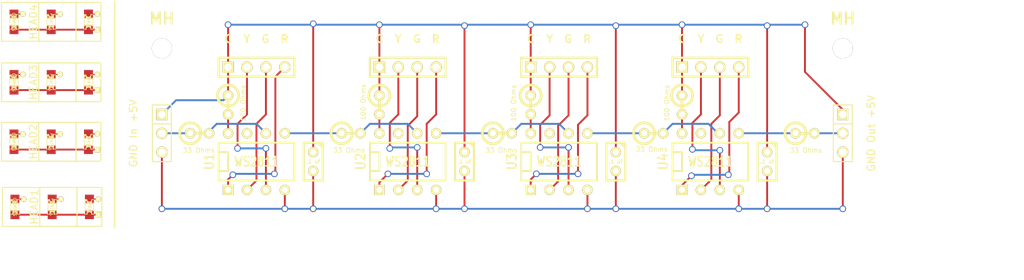
<source format=kicad_pcb>
(kicad_pcb (version 3) (host pcbnew "(2013-june-11)-stable")

  (general
    (links 48)
    (no_connects 0)
    (area 29.325994 75.887223 184.232126 106.992777)
    (thickness 1.6)
    (drawings 7)
    (tracks 183)
    (zones 0)
    (modules 29)
    (nets 29)
  )

  (page A3)
  (layers
    (15 F.Cu signal)
    (0 B.Cu signal)
    (16 B.Adhes user)
    (17 F.Adhes user)
    (18 B.Paste user)
    (19 F.Paste user)
    (20 B.SilkS user)
    (21 F.SilkS user)
    (22 B.Mask user)
    (23 F.Mask user)
    (24 Dwgs.User user)
    (25 Cmts.User user)
    (26 Eco1.User user)
    (27 Eco2.User user)
    (28 Edge.Cuts user)
  )

  (setup
    (last_trace_width 0.254)
    (trace_clearance 0.254)
    (zone_clearance 0.508)
    (zone_45_only no)
    (trace_min 0.254)
    (segment_width 0.2)
    (edge_width 0.1)
    (via_size 0.889)
    (via_drill 0.635)
    (via_min_size 0.889)
    (via_min_drill 0.508)
    (uvia_size 0.508)
    (uvia_drill 0.127)
    (uvias_allowed no)
    (uvia_min_size 0.508)
    (uvia_min_drill 0.127)
    (pcb_text_width 0.3)
    (pcb_text_size 1.5 1.5)
    (mod_edge_width 0.15)
    (mod_text_size 1 1)
    (mod_text_width 0.15)
    (pad_size 1.5 1.5)
    (pad_drill 0.6)
    (pad_to_mask_clearance 0)
    (aux_axis_origin 0 0)
    (visible_elements FFFFFFBF)
    (pcbplotparams
      (layerselection 3178497)
      (usegerberextensions true)
      (excludeedgelayer true)
      (linewidth 0.150000)
      (plotframeref false)
      (viasonmask false)
      (mode 1)
      (useauxorigin false)
      (hpglpennumber 1)
      (hpglpenspeed 20)
      (hpglpendiameter 15)
      (hpglpenoverlay 2)
      (psnegative false)
      (psa4output false)
      (plotreference true)
      (plotvalue true)
      (plotothertext true)
      (plotinvisibletext false)
      (padsonsilk false)
      (subtractmaskfromsilk false)
      (outputformat 1)
      (mirror false)
      (drillshape 1)
      (scaleselection 1)
      (outputdirectory ""))
  )

  (net 0 "")
  (net 1 +5V)
  (net 2 GND)
  (net 3 N-000001)
  (net 4 N-0000010)
  (net 5 N-0000011)
  (net 6 N-0000012)
  (net 7 N-0000013)
  (net 8 N-0000014)
  (net 9 N-0000015)
  (net 10 N-0000016)
  (net 11 N-0000017)
  (net 12 N-0000018)
  (net 13 N-0000019)
  (net 14 N-000002)
  (net 15 N-0000020)
  (net 16 N-0000021)
  (net 17 N-0000022)
  (net 18 N-0000023)
  (net 19 N-0000024)
  (net 20 N-0000025)
  (net 21 N-0000026)
  (net 22 N-000003)
  (net 23 N-000004)
  (net 24 N-000005)
  (net 25 N-000006)
  (net 26 N-000007)
  (net 27 N-000008)
  (net 28 N-000009)

  (net_class Default "This is the default net class."
    (clearance 0.254)
    (trace_width 0.254)
    (via_dia 0.889)
    (via_drill 0.635)
    (uvia_dia 0.508)
    (uvia_drill 0.127)
    (add_net "")
    (add_net +5V)
    (add_net GND)
    (add_net N-000001)
    (add_net N-0000010)
    (add_net N-0000011)
    (add_net N-0000012)
    (add_net N-0000013)
    (add_net N-0000014)
    (add_net N-0000015)
    (add_net N-0000016)
    (add_net N-0000017)
    (add_net N-0000018)
    (add_net N-0000019)
    (add_net N-000002)
    (add_net N-0000020)
    (add_net N-0000021)
    (add_net N-0000022)
    (add_net N-0000023)
    (add_net N-0000024)
    (add_net N-0000025)
    (add_net N-0000026)
    (add_net N-000003)
    (add_net N-000004)
    (add_net N-000005)
    (add_net N-000006)
    (add_net N-000007)
    (add_net N-000008)
    (add_net N-000009)
  )

  (module SH3 (layer F.Cu) (tedit 5AB43C2D) (tstamp 5AB450FD)
    (at 46.101 95.123 90)
    (path /5AB43EA6)
    (fp_text reference HEAD2 (at 0 -2.4 90) (layer F.SilkS)
      (effects (font (size 1 1) (thickness 0.15)))
    )
    (fp_text value SIGHEAD (at 0 -5 90) (layer F.SilkS)
      (effects (font (size 0.4 0.4) (thickness 0.0625)))
    )
    (fp_line (start 1.04902 5) (end 1.04902 5.9) (layer F.Cu) (width 0.15))
    (fp_line (start 1.04902 0) (end 1.04902 0.9) (layer F.Cu) (width 0.15))
    (fp_line (start 1.04902 -5) (end 1.04902 -3.5) (layer F.Cu) (width 0.15))
    (fp_line (start -1.04902 -5) (end -1.04902 5.9) (layer F.Cu) (width 0.254))
    (fp_text user Red (at 0 5 90) (layer F.SilkS)
      (effects (font (size 0.5 0.5) (thickness 0.075)))
    )
    (fp_line (start -2.61 3.33) (end 2.61 3.33) (layer F.SilkS) (width 0.15))
    (fp_line (start -2.61 -1.67) (end 2.61 -1.67) (layer F.SilkS) (width 0.15))
    (fp_text user Yellow (at 0 0 90) (layer F.SilkS)
      (effects (font (size 0.5 0.5) (thickness 0.075)))
    )
    (fp_text user Green (at 0 -5 90) (layer F.SilkS)
      (effects (font (size 0.5 0.5) (thickness 0.075)))
    )
    (fp_circle (center 0 5) (end 1.5 5) (layer Dwgs.User) (width 0.15))
    (fp_circle (center 0 -5) (end 1.5 -5) (layer Dwgs.User) (width 0.15))
    (fp_circle (center 0 0) (end 1.5 0) (layer Dwgs.User) (width 0.15))
    (fp_line (start -2.61 -6.67) (end 2.61 -6.67) (layer F.SilkS) (width 0.15))
    (fp_line (start 2.61 -6.67) (end 2.61 6.67) (layer F.SilkS) (width 0.15))
    (fp_line (start 2.61 6.67) (end -2.61 6.67) (layer F.SilkS) (width 0.15))
    (fp_line (start -2.61 6.67) (end -2.61 -6.67) (layer F.SilkS) (width 0.15))
    (fp_line (start 0.49784 0.29972) (end 0.49784 0.62484) (layer F.SilkS) (width 0.06604))
    (fp_line (start 0.49784 0.62484) (end 0.99822 0.62484) (layer F.SilkS) (width 0.06604))
    (fp_line (start 0.99822 0.29972) (end 0.99822 0.62484) (layer F.SilkS) (width 0.06604))
    (fp_line (start 0.49784 0.29972) (end 0.99822 0.29972) (layer F.SilkS) (width 0.06604))
    (fp_line (start 0.49784 -0.32258) (end 0.49784 -0.17272) (layer F.SilkS) (width 0.06604))
    (fp_line (start 0.49784 -0.17272) (end 0.7493 -0.17272) (layer F.SilkS) (width 0.06604))
    (fp_line (start 0.7493 -0.32258) (end 0.7493 -0.17272) (layer F.SilkS) (width 0.06604))
    (fp_line (start 0.49784 -0.32258) (end 0.7493 -0.32258) (layer F.SilkS) (width 0.06604))
    (fp_line (start 0.49784 0.17272) (end 0.49784 0.32258) (layer F.SilkS) (width 0.06604))
    (fp_line (start 0.49784 0.32258) (end 0.7493 0.32258) (layer F.SilkS) (width 0.06604))
    (fp_line (start 0.7493 0.17272) (end 0.7493 0.32258) (layer F.SilkS) (width 0.06604))
    (fp_line (start 0.49784 0.17272) (end 0.7493 0.17272) (layer F.SilkS) (width 0.06604))
    (fp_line (start 0.49784 -0.19812) (end 0.49784 0.19812) (layer F.SilkS) (width 0.06604))
    (fp_line (start 0.49784 0.19812) (end 0.6731 0.19812) (layer F.SilkS) (width 0.06604))
    (fp_line (start 0.6731 -0.19812) (end 0.6731 0.19812) (layer F.SilkS) (width 0.06604))
    (fp_line (start 0.49784 -0.19812) (end 0.6731 -0.19812) (layer F.SilkS) (width 0.06604))
    (fp_line (start -0.99822 0.29972) (end -0.99822 0.62484) (layer F.SilkS) (width 0.06604))
    (fp_line (start -0.99822 0.62484) (end -0.49784 0.62484) (layer F.SilkS) (width 0.06604))
    (fp_line (start -0.49784 0.29972) (end -0.49784 0.62484) (layer F.SilkS) (width 0.06604))
    (fp_line (start -0.99822 0.29972) (end -0.49784 0.29972) (layer F.SilkS) (width 0.06604))
    (fp_line (start -0.99822 -0.62484) (end -0.99822 -0.29972) (layer F.SilkS) (width 0.06604))
    (fp_line (start -0.99822 -0.29972) (end -0.49784 -0.29972) (layer F.SilkS) (width 0.06604))
    (fp_line (start -0.49784 -0.62484) (end -0.49784 -0.29972) (layer F.SilkS) (width 0.06604))
    (fp_line (start -0.99822 -0.62484) (end -0.49784 -0.62484) (layer F.SilkS) (width 0.06604))
    (fp_line (start -0.7493 0.17272) (end -0.7493 0.32258) (layer F.SilkS) (width 0.06604))
    (fp_line (start -0.7493 0.32258) (end -0.49784 0.32258) (layer F.SilkS) (width 0.06604))
    (fp_line (start -0.49784 0.17272) (end -0.49784 0.32258) (layer F.SilkS) (width 0.06604))
    (fp_line (start -0.7493 0.17272) (end -0.49784 0.17272) (layer F.SilkS) (width 0.06604))
    (fp_line (start -0.7493 -0.32258) (end -0.7493 -0.17272) (layer F.SilkS) (width 0.06604))
    (fp_line (start -0.7493 -0.17272) (end -0.49784 -0.17272) (layer F.SilkS) (width 0.06604))
    (fp_line (start -0.49784 -0.32258) (end -0.49784 -0.17272) (layer F.SilkS) (width 0.06604))
    (fp_line (start -0.7493 -0.32258) (end -0.49784 -0.32258) (layer F.SilkS) (width 0.06604))
    (fp_line (start -0.6731 -0.19812) (end -0.6731 0.19812) (layer F.SilkS) (width 0.06604))
    (fp_line (start -0.6731 0.19812) (end -0.49784 0.19812) (layer F.SilkS) (width 0.06604))
    (fp_line (start -0.49784 -0.19812) (end -0.49784 0.19812) (layer F.SilkS) (width 0.06604))
    (fp_line (start -0.6731 -0.19812) (end -0.49784 -0.19812) (layer F.SilkS) (width 0.06604))
    (fp_line (start 0 -0.09906) (end 0 0.09906) (layer F.SilkS) (width 0.06604))
    (fp_line (start 0 0.09906) (end 0.19812 0.09906) (layer F.SilkS) (width 0.06604))
    (fp_line (start 0.19812 -0.09906) (end 0.19812 0.09906) (layer F.SilkS) (width 0.06604))
    (fp_line (start 0 -0.09906) (end 0.19812 -0.09906) (layer F.SilkS) (width 0.06604))
    (fp_line (start 0.49784 -0.59944) (end 0.49784 -0.29972) (layer F.SilkS) (width 0.06604))
    (fp_line (start 0.49784 -0.29972) (end 0.79756 -0.29972) (layer F.SilkS) (width 0.06604))
    (fp_line (start 0.79756 -0.59944) (end 0.79756 -0.29972) (layer F.SilkS) (width 0.06604))
    (fp_line (start 0.49784 -0.59944) (end 0.79756 -0.59944) (layer F.SilkS) (width 0.06604))
    (fp_line (start 0.92456 -0.62484) (end 0.92456 -0.39878) (layer F.SilkS) (width 0.06604))
    (fp_line (start 0.92456 -0.39878) (end 0.99822 -0.39878) (layer F.SilkS) (width 0.06604))
    (fp_line (start 0.99822 -0.62484) (end 0.99822 -0.39878) (layer F.SilkS) (width 0.06604))
    (fp_line (start 0.92456 -0.62484) (end 0.99822 -0.62484) (layer F.SilkS) (width 0.06604))
    (fp_line (start 0.52324 0.57404) (end -0.52324 0.57404) (layer F.SilkS) (width 0.1016))
    (fp_line (start -0.49784 -0.57404) (end 0.92456 -0.57404) (layer F.SilkS) (width 0.1016))
    (fp_circle (center 0.84836 -0.44958) (end 0.89916 -0.50038) (layer F.SilkS) (width 0.0508))
    (fp_arc (start 0.99822 0) (end 0.99822 0.34798) (angle 180) (layer F.SilkS) (width 0.1016))
    (fp_arc (start -0.99822 0) (end -0.99822 -0.34798) (angle 180) (layer F.SilkS) (width 0.1016))
    (fp_line (start 0.49784 -4.70028) (end 0.49784 -4.37516) (layer F.SilkS) (width 0.06604))
    (fp_line (start 0.49784 -4.37516) (end 0.99822 -4.37516) (layer F.SilkS) (width 0.06604))
    (fp_line (start 0.99822 -4.70028) (end 0.99822 -4.37516) (layer F.SilkS) (width 0.06604))
    (fp_line (start 0.49784 -4.70028) (end 0.99822 -4.70028) (layer F.SilkS) (width 0.06604))
    (fp_line (start 0.49784 -5.32258) (end 0.49784 -5.17272) (layer F.SilkS) (width 0.06604))
    (fp_line (start 0.49784 -5.17272) (end 0.7493 -5.17272) (layer F.SilkS) (width 0.06604))
    (fp_line (start 0.7493 -5.32258) (end 0.7493 -5.17272) (layer F.SilkS) (width 0.06604))
    (fp_line (start 0.49784 -5.32258) (end 0.7493 -5.32258) (layer F.SilkS) (width 0.06604))
    (fp_line (start 0.49784 -4.82728) (end 0.49784 -4.67742) (layer F.SilkS) (width 0.06604))
    (fp_line (start 0.49784 -4.67742) (end 0.7493 -4.67742) (layer F.SilkS) (width 0.06604))
    (fp_line (start 0.7493 -4.82728) (end 0.7493 -4.67742) (layer F.SilkS) (width 0.06604))
    (fp_line (start 0.49784 -4.82728) (end 0.7493 -4.82728) (layer F.SilkS) (width 0.06604))
    (fp_line (start 0.49784 -5.19812) (end 0.49784 -4.80188) (layer F.SilkS) (width 0.06604))
    (fp_line (start 0.49784 0.19812) (end 0.6731 0.19812) (layer F.SilkS) (width 0.06604))
    (fp_line (start 0.6731 -5.19812) (end 0.6731 -4.80188) (layer F.SilkS) (width 0.06604))
    (fp_line (start 0.49784 -5.19812) (end 0.6731 -5.19812) (layer F.SilkS) (width 0.06604))
    (fp_line (start -0.99822 -4.70028) (end -0.99822 -4.37516) (layer F.SilkS) (width 0.06604))
    (fp_line (start -0.99822 -4.37516) (end -0.49784 -4.37516) (layer F.SilkS) (width 0.06604))
    (fp_line (start -0.49784 -4.70028) (end -0.49784 -4.37516) (layer F.SilkS) (width 0.06604))
    (fp_line (start -0.99822 -4.70028) (end -0.49784 -4.70028) (layer F.SilkS) (width 0.06604))
    (fp_line (start -0.99822 -5.62484) (end -0.99822 -5.29972) (layer F.SilkS) (width 0.06604))
    (fp_line (start -0.99822 -0.29972) (end -0.49784 -0.29972) (layer F.SilkS) (width 0.06604))
    (fp_line (start -0.49784 -5.62484) (end -0.49784 -5.29972) (layer F.SilkS) (width 0.06604))
    (fp_line (start -0.99822 -5.62484) (end -0.49784 -5.62484) (layer F.SilkS) (width 0.06604))
    (fp_line (start -0.7493 -4.82728) (end -0.7493 -4.67742) (layer F.SilkS) (width 0.06604))
    (fp_line (start -0.7493 -4.67742) (end -0.49784 -4.67742) (layer F.SilkS) (width 0.06604))
    (fp_line (start -0.49784 -4.82728) (end -0.49784 -4.67742) (layer F.SilkS) (width 0.06604))
    (fp_line (start -0.7493 -4.82728) (end -0.49784 -4.82728) (layer F.SilkS) (width 0.06604))
    (fp_line (start -0.7493 -5.32258) (end -0.7493 -5.17272) (layer F.SilkS) (width 0.06604))
    (fp_line (start -0.7493 -5.17272) (end -0.49784 -5.17272) (layer F.SilkS) (width 0.06604))
    (fp_line (start -0.49784 -5.32258) (end -0.49784 -5.17272) (layer F.SilkS) (width 0.06604))
    (fp_line (start -0.7493 -5.32258) (end -0.49784 -5.32258) (layer F.SilkS) (width 0.06604))
    (fp_line (start -0.6731 -5.19812) (end -0.6731 -4.80188) (layer F.SilkS) (width 0.06604))
    (fp_line (start -0.6731 -4.80188) (end -0.49784 -4.80188) (layer F.SilkS) (width 0.06604))
    (fp_line (start -0.49784 -5.19812) (end -0.49784 -4.80188) (layer F.SilkS) (width 0.06604))
    (fp_line (start -0.6731 -5.19812) (end -0.49784 -5.19812) (layer F.SilkS) (width 0.06604))
    (fp_line (start 0 -5.09906) (end 0 -4.90094) (layer F.SilkS) (width 0.06604))
    (fp_line (start 0 -4.90094) (end 0.19812 -4.90094) (layer F.SilkS) (width 0.06604))
    (fp_line (start 0.19812 -5.09906) (end 0.19812 -4.90094) (layer F.SilkS) (width 0.06604))
    (fp_line (start 0 -5.09906) (end 0.19812 -5.09906) (layer F.SilkS) (width 0.06604))
    (fp_line (start 0.49784 -5.59944) (end 0.49784 -5.29972) (layer F.SilkS) (width 0.06604))
    (fp_line (start 0.49784 -5.29972) (end 0.79756 -5.29972) (layer F.SilkS) (width 0.06604))
    (fp_line (start 0.79756 -5.59944) (end 0.79756 -5.29972) (layer F.SilkS) (width 0.06604))
    (fp_line (start 0.49784 -5.59944) (end 0.79756 -5.59944) (layer F.SilkS) (width 0.06604))
    (fp_line (start 0.92456 -5.62484) (end 0.92456 -5.39878) (layer F.SilkS) (width 0.06604))
    (fp_line (start 0.92456 -5.39878) (end 0.99822 -5.39878) (layer F.SilkS) (width 0.06604))
    (fp_line (start 0.99822 -5.62484) (end 0.99822 -5.39878) (layer F.SilkS) (width 0.06604))
    (fp_line (start 0.92456 -5.62484) (end 0.99822 -5.62484) (layer F.SilkS) (width 0.06604))
    (fp_line (start 0.52324 -4.42596) (end -0.52324 -4.42596) (layer F.SilkS) (width 0.1016))
    (fp_line (start -0.49784 -5.57404) (end 0.92456 -5.57404) (layer F.SilkS) (width 0.1016))
    (fp_circle (center 0.84836 -5.44958) (end 0.89916 -5.50038) (layer F.SilkS) (width 0.0508))
    (fp_arc (start 0.99822 -5) (end 0.99822 -4.65202) (angle 180) (layer F.SilkS) (width 0.1016))
    (fp_arc (start -0.99822 -5) (end -0.99822 -5.34798) (angle 180) (layer F.SilkS) (width 0.1016))
    (fp_line (start 0.49784 5.29972) (end 0.49784 5.62484) (layer F.SilkS) (width 0.06604))
    (fp_line (start 0.49784 5.62484) (end 0.99822 5.62484) (layer F.SilkS) (width 0.06604))
    (fp_line (start 0.99822 5.29972) (end 0.99822 5.62484) (layer F.SilkS) (width 0.06604))
    (fp_line (start 0.49784 5.29972) (end 0.99822 5.29972) (layer F.SilkS) (width 0.06604))
    (fp_line (start 0.49784 4.67742) (end 0.49784 4.82728) (layer F.SilkS) (width 0.06604))
    (fp_line (start 0.49784 4.82728) (end 0.7493 4.82728) (layer F.SilkS) (width 0.06604))
    (fp_line (start 0.7493 4.67742) (end 0.7493 4.82728) (layer F.SilkS) (width 0.06604))
    (fp_line (start 0.49784 4.67742) (end 0.7493 4.67742) (layer F.SilkS) (width 0.06604))
    (fp_line (start 0.49784 5.17272) (end 0.49784 5.32258) (layer F.SilkS) (width 0.06604))
    (fp_line (start 0.49784 5.32258) (end 0.7493 5.32258) (layer F.SilkS) (width 0.06604))
    (fp_line (start 0.7493 5.17272) (end 0.7493 5.32258) (layer F.SilkS) (width 0.06604))
    (fp_line (start 0.49784 5.17272) (end 0.7493 5.17272) (layer F.SilkS) (width 0.06604))
    (fp_line (start 0.49784 4.80188) (end 0.49784 5.19812) (layer F.SilkS) (width 0.06604))
    (fp_line (start 0.49784 5.19812) (end 0.6731 5.19812) (layer F.SilkS) (width 0.06604))
    (fp_line (start 0.6731 4.80188) (end 0.6731 5.19812) (layer F.SilkS) (width 0.06604))
    (fp_line (start 0.49784 4.80188) (end 0.6731 4.80188) (layer F.SilkS) (width 0.06604))
    (fp_line (start -0.99822 5.29972) (end -0.99822 5.62484) (layer F.SilkS) (width 0.06604))
    (fp_line (start -0.99822 5.62484) (end -0.49784 5.62484) (layer F.SilkS) (width 0.06604))
    (fp_line (start -0.49784 5.29972) (end -0.49784 5.62484) (layer F.SilkS) (width 0.06604))
    (fp_line (start -0.99822 5.29972) (end -0.49784 5.29972) (layer F.SilkS) (width 0.06604))
    (fp_line (start -0.99822 4.37516) (end -0.99822 4.70028) (layer F.SilkS) (width 0.06604))
    (fp_line (start -0.99822 4.70028) (end -0.49784 4.70028) (layer F.SilkS) (width 0.06604))
    (fp_line (start -0.49784 4.37516) (end -0.49784 4.70028) (layer F.SilkS) (width 0.06604))
    (fp_line (start -0.99822 4.37516) (end -0.49784 4.37516) (layer F.SilkS) (width 0.06604))
    (fp_line (start -0.7493 5.17272) (end -0.7493 5.32258) (layer F.SilkS) (width 0.06604))
    (fp_line (start -0.7493 5.32258) (end -0.49784 5.32258) (layer F.SilkS) (width 0.06604))
    (fp_line (start -0.49784 5.17272) (end -0.49784 5.32258) (layer F.SilkS) (width 0.06604))
    (fp_line (start -0.7493 5.17272) (end -0.49784 5.17272) (layer F.SilkS) (width 0.06604))
    (fp_line (start -0.7493 4.67742) (end -0.7493 4.82728) (layer F.SilkS) (width 0.06604))
    (fp_line (start -0.7493 4.82728) (end -0.49784 4.82728) (layer F.SilkS) (width 0.06604))
    (fp_line (start -0.49784 4.67742) (end -0.49784 4.82728) (layer F.SilkS) (width 0.06604))
    (fp_line (start -0.7493 4.67742) (end -0.49784 4.67742) (layer F.SilkS) (width 0.06604))
    (fp_line (start -0.6731 4.80188) (end -0.6731 5.19812) (layer F.SilkS) (width 0.06604))
    (fp_line (start -0.6731 5.19812) (end -0.49784 5.19812) (layer F.SilkS) (width 0.06604))
    (fp_line (start -0.49784 4.80188) (end -0.49784 5.19812) (layer F.SilkS) (width 0.06604))
    (fp_line (start -0.6731 4.80188) (end -0.49784 4.80188) (layer F.SilkS) (width 0.06604))
    (fp_line (start 0 4.90094) (end 0 5.09906) (layer F.SilkS) (width 0.06604))
    (fp_line (start 0 5.09906) (end 0.19812 5.09906) (layer F.SilkS) (width 0.06604))
    (fp_line (start 0.19812 4.90094) (end 0.19812 5.09906) (layer F.SilkS) (width 0.06604))
    (fp_line (start 0 4.90094) (end 0.19812 4.90094) (layer F.SilkS) (width 0.06604))
    (fp_line (start 0.49784 4.40056) (end 0.49784 4.70028) (layer F.SilkS) (width 0.06604))
    (fp_line (start 0.49784 4.70028) (end 0.79756 4.70028) (layer F.SilkS) (width 0.06604))
    (fp_line (start 0.79756 4.40056) (end 0.79756 4.70028) (layer F.SilkS) (width 0.06604))
    (fp_line (start 0.49784 4.40056) (end 0.79756 4.40056) (layer F.SilkS) (width 0.06604))
    (fp_line (start 0.92456 4.37516) (end 0.92456 4.60122) (layer F.SilkS) (width 0.06604))
    (fp_line (start 0.92456 4.60122) (end 0.99822 4.60122) (layer F.SilkS) (width 0.06604))
    (fp_line (start 0.99822 4.37516) (end 0.99822 4.60122) (layer F.SilkS) (width 0.06604))
    (fp_line (start 0.92456 4.37516) (end 0.99822 4.37516) (layer F.SilkS) (width 0.06604))
    (fp_line (start 0.52324 5.57404) (end -0.52324 5.57404) (layer F.SilkS) (width 0.1016))
    (fp_line (start -0.49784 4.42596) (end 0.92456 4.42596) (layer F.SilkS) (width 0.1016))
    (fp_circle (center 0.84836 4.55042) (end 0.89916 4.49962) (layer F.SilkS) (width 0.0508))
    (fp_arc (start 0.99822 5) (end 0.99822 5.34798) (angle 180) (layer F.SilkS) (width 0.1016))
    (fp_arc (start -0.99822 5) (end -0.99822 4.65202) (angle 180) (layer F.SilkS) (width 0.1016))
    (pad "" smd rect (at -1.04902 0 90) (size 1.19888 1.19888)
      (layers F.Cu F.Paste F.Mask)
    )
    (pad "" smd rect (at 1.04902 0 90) (size 1.19888 1.19888)
      (layers F.Cu F.Paste F.Mask)
    )
    (pad "" smd rect (at -1.04902 -5 90) (size 1.19888 1.19888)
      (layers F.Cu F.Paste F.Mask)
    )
    (pad "" smd rect (at 1.04902 -5 90) (size 1.19888 1.19888)
      (layers F.Cu F.Paste F.Mask)
    )
    (pad "" smd rect (at -1.04902 5 90) (size 1.19888 1.19888)
      (layers F.Cu F.Paste F.Mask)
    )
    (pad "" smd rect (at 1.04902 5 90) (size 1.19888 1.19888)
      (layers F.Cu F.Paste F.Mask)
    )
    (pad 1 thru_hole rect (at -1.04902 6.2 90) (size 0.75 0.75) (drill 0.3)
      (layers *.Cu *.Mask F.SilkS)
    )
    (pad 2 thru_hole circle (at 1.04902 -3.8 90) (size 0.75 0.75) (drill 0.3)
      (layers *.Cu *.Mask F.SilkS)
    )
    (pad 3 thru_hole circle (at 1.04902 1.2 90) (size 0.75 0.75) (drill 0.3)
      (layers *.Cu *.Mask F.SilkS)
    )
    (pad 4 thru_hole circle (at 1.04902 6.2 90) (size 0.75 0.75) (drill 0.3)
      (layers *.Cu *.Mask F.SilkS)
    )
  )

  (module SH3 (layer F.Cu) (tedit 5AB43C2D) (tstamp 5AB451BA)
    (at 46.228 103.886 90)
    (path /5AB43E97)
    (fp_text reference HEAD1 (at 0 -2.4 90) (layer F.SilkS)
      (effects (font (size 1 1) (thickness 0.15)))
    )
    (fp_text value SIGHEAD (at 0 -5 90) (layer F.SilkS)
      (effects (font (size 0.4 0.4) (thickness 0.0625)))
    )
    (fp_line (start 1.04902 5) (end 1.04902 5.9) (layer F.Cu) (width 0.15))
    (fp_line (start 1.04902 0) (end 1.04902 0.9) (layer F.Cu) (width 0.15))
    (fp_line (start 1.04902 -5) (end 1.04902 -3.5) (layer F.Cu) (width 0.15))
    (fp_line (start -1.04902 -5) (end -1.04902 5.9) (layer F.Cu) (width 0.254))
    (fp_text user Red (at 0 5 90) (layer F.SilkS)
      (effects (font (size 0.5 0.5) (thickness 0.075)))
    )
    (fp_line (start -2.61 3.33) (end 2.61 3.33) (layer F.SilkS) (width 0.15))
    (fp_line (start -2.61 -1.67) (end 2.61 -1.67) (layer F.SilkS) (width 0.15))
    (fp_text user Yellow (at 0 0 90) (layer F.SilkS)
      (effects (font (size 0.5 0.5) (thickness 0.075)))
    )
    (fp_text user Green (at 0 -5 90) (layer F.SilkS)
      (effects (font (size 0.5 0.5) (thickness 0.075)))
    )
    (fp_circle (center 0 5) (end 1.5 5) (layer Dwgs.User) (width 0.15))
    (fp_circle (center 0 -5) (end 1.5 -5) (layer Dwgs.User) (width 0.15))
    (fp_circle (center 0 0) (end 1.5 0) (layer Dwgs.User) (width 0.15))
    (fp_line (start -2.61 -6.67) (end 2.61 -6.67) (layer F.SilkS) (width 0.15))
    (fp_line (start 2.61 -6.67) (end 2.61 6.67) (layer F.SilkS) (width 0.15))
    (fp_line (start 2.61 6.67) (end -2.61 6.67) (layer F.SilkS) (width 0.15))
    (fp_line (start -2.61 6.67) (end -2.61 -6.67) (layer F.SilkS) (width 0.15))
    (fp_line (start 0.49784 0.29972) (end 0.49784 0.62484) (layer F.SilkS) (width 0.06604))
    (fp_line (start 0.49784 0.62484) (end 0.99822 0.62484) (layer F.SilkS) (width 0.06604))
    (fp_line (start 0.99822 0.29972) (end 0.99822 0.62484) (layer F.SilkS) (width 0.06604))
    (fp_line (start 0.49784 0.29972) (end 0.99822 0.29972) (layer F.SilkS) (width 0.06604))
    (fp_line (start 0.49784 -0.32258) (end 0.49784 -0.17272) (layer F.SilkS) (width 0.06604))
    (fp_line (start 0.49784 -0.17272) (end 0.7493 -0.17272) (layer F.SilkS) (width 0.06604))
    (fp_line (start 0.7493 -0.32258) (end 0.7493 -0.17272) (layer F.SilkS) (width 0.06604))
    (fp_line (start 0.49784 -0.32258) (end 0.7493 -0.32258) (layer F.SilkS) (width 0.06604))
    (fp_line (start 0.49784 0.17272) (end 0.49784 0.32258) (layer F.SilkS) (width 0.06604))
    (fp_line (start 0.49784 0.32258) (end 0.7493 0.32258) (layer F.SilkS) (width 0.06604))
    (fp_line (start 0.7493 0.17272) (end 0.7493 0.32258) (layer F.SilkS) (width 0.06604))
    (fp_line (start 0.49784 0.17272) (end 0.7493 0.17272) (layer F.SilkS) (width 0.06604))
    (fp_line (start 0.49784 -0.19812) (end 0.49784 0.19812) (layer F.SilkS) (width 0.06604))
    (fp_line (start 0.49784 0.19812) (end 0.6731 0.19812) (layer F.SilkS) (width 0.06604))
    (fp_line (start 0.6731 -0.19812) (end 0.6731 0.19812) (layer F.SilkS) (width 0.06604))
    (fp_line (start 0.49784 -0.19812) (end 0.6731 -0.19812) (layer F.SilkS) (width 0.06604))
    (fp_line (start -0.99822 0.29972) (end -0.99822 0.62484) (layer F.SilkS) (width 0.06604))
    (fp_line (start -0.99822 0.62484) (end -0.49784 0.62484) (layer F.SilkS) (width 0.06604))
    (fp_line (start -0.49784 0.29972) (end -0.49784 0.62484) (layer F.SilkS) (width 0.06604))
    (fp_line (start -0.99822 0.29972) (end -0.49784 0.29972) (layer F.SilkS) (width 0.06604))
    (fp_line (start -0.99822 -0.62484) (end -0.99822 -0.29972) (layer F.SilkS) (width 0.06604))
    (fp_line (start -0.99822 -0.29972) (end -0.49784 -0.29972) (layer F.SilkS) (width 0.06604))
    (fp_line (start -0.49784 -0.62484) (end -0.49784 -0.29972) (layer F.SilkS) (width 0.06604))
    (fp_line (start -0.99822 -0.62484) (end -0.49784 -0.62484) (layer F.SilkS) (width 0.06604))
    (fp_line (start -0.7493 0.17272) (end -0.7493 0.32258) (layer F.SilkS) (width 0.06604))
    (fp_line (start -0.7493 0.32258) (end -0.49784 0.32258) (layer F.SilkS) (width 0.06604))
    (fp_line (start -0.49784 0.17272) (end -0.49784 0.32258) (layer F.SilkS) (width 0.06604))
    (fp_line (start -0.7493 0.17272) (end -0.49784 0.17272) (layer F.SilkS) (width 0.06604))
    (fp_line (start -0.7493 -0.32258) (end -0.7493 -0.17272) (layer F.SilkS) (width 0.06604))
    (fp_line (start -0.7493 -0.17272) (end -0.49784 -0.17272) (layer F.SilkS) (width 0.06604))
    (fp_line (start -0.49784 -0.32258) (end -0.49784 -0.17272) (layer F.SilkS) (width 0.06604))
    (fp_line (start -0.7493 -0.32258) (end -0.49784 -0.32258) (layer F.SilkS) (width 0.06604))
    (fp_line (start -0.6731 -0.19812) (end -0.6731 0.19812) (layer F.SilkS) (width 0.06604))
    (fp_line (start -0.6731 0.19812) (end -0.49784 0.19812) (layer F.SilkS) (width 0.06604))
    (fp_line (start -0.49784 -0.19812) (end -0.49784 0.19812) (layer F.SilkS) (width 0.06604))
    (fp_line (start -0.6731 -0.19812) (end -0.49784 -0.19812) (layer F.SilkS) (width 0.06604))
    (fp_line (start 0 -0.09906) (end 0 0.09906) (layer F.SilkS) (width 0.06604))
    (fp_line (start 0 0.09906) (end 0.19812 0.09906) (layer F.SilkS) (width 0.06604))
    (fp_line (start 0.19812 -0.09906) (end 0.19812 0.09906) (layer F.SilkS) (width 0.06604))
    (fp_line (start 0 -0.09906) (end 0.19812 -0.09906) (layer F.SilkS) (width 0.06604))
    (fp_line (start 0.49784 -0.59944) (end 0.49784 -0.29972) (layer F.SilkS) (width 0.06604))
    (fp_line (start 0.49784 -0.29972) (end 0.79756 -0.29972) (layer F.SilkS) (width 0.06604))
    (fp_line (start 0.79756 -0.59944) (end 0.79756 -0.29972) (layer F.SilkS) (width 0.06604))
    (fp_line (start 0.49784 -0.59944) (end 0.79756 -0.59944) (layer F.SilkS) (width 0.06604))
    (fp_line (start 0.92456 -0.62484) (end 0.92456 -0.39878) (layer F.SilkS) (width 0.06604))
    (fp_line (start 0.92456 -0.39878) (end 0.99822 -0.39878) (layer F.SilkS) (width 0.06604))
    (fp_line (start 0.99822 -0.62484) (end 0.99822 -0.39878) (layer F.SilkS) (width 0.06604))
    (fp_line (start 0.92456 -0.62484) (end 0.99822 -0.62484) (layer F.SilkS) (width 0.06604))
    (fp_line (start 0.52324 0.57404) (end -0.52324 0.57404) (layer F.SilkS) (width 0.1016))
    (fp_line (start -0.49784 -0.57404) (end 0.92456 -0.57404) (layer F.SilkS) (width 0.1016))
    (fp_circle (center 0.84836 -0.44958) (end 0.89916 -0.50038) (layer F.SilkS) (width 0.0508))
    (fp_arc (start 0.99822 0) (end 0.99822 0.34798) (angle 180) (layer F.SilkS) (width 0.1016))
    (fp_arc (start -0.99822 0) (end -0.99822 -0.34798) (angle 180) (layer F.SilkS) (width 0.1016))
    (fp_line (start 0.49784 -4.70028) (end 0.49784 -4.37516) (layer F.SilkS) (width 0.06604))
    (fp_line (start 0.49784 -4.37516) (end 0.99822 -4.37516) (layer F.SilkS) (width 0.06604))
    (fp_line (start 0.99822 -4.70028) (end 0.99822 -4.37516) (layer F.SilkS) (width 0.06604))
    (fp_line (start 0.49784 -4.70028) (end 0.99822 -4.70028) (layer F.SilkS) (width 0.06604))
    (fp_line (start 0.49784 -5.32258) (end 0.49784 -5.17272) (layer F.SilkS) (width 0.06604))
    (fp_line (start 0.49784 -5.17272) (end 0.7493 -5.17272) (layer F.SilkS) (width 0.06604))
    (fp_line (start 0.7493 -5.32258) (end 0.7493 -5.17272) (layer F.SilkS) (width 0.06604))
    (fp_line (start 0.49784 -5.32258) (end 0.7493 -5.32258) (layer F.SilkS) (width 0.06604))
    (fp_line (start 0.49784 -4.82728) (end 0.49784 -4.67742) (layer F.SilkS) (width 0.06604))
    (fp_line (start 0.49784 -4.67742) (end 0.7493 -4.67742) (layer F.SilkS) (width 0.06604))
    (fp_line (start 0.7493 -4.82728) (end 0.7493 -4.67742) (layer F.SilkS) (width 0.06604))
    (fp_line (start 0.49784 -4.82728) (end 0.7493 -4.82728) (layer F.SilkS) (width 0.06604))
    (fp_line (start 0.49784 -5.19812) (end 0.49784 -4.80188) (layer F.SilkS) (width 0.06604))
    (fp_line (start 0.49784 0.19812) (end 0.6731 0.19812) (layer F.SilkS) (width 0.06604))
    (fp_line (start 0.6731 -5.19812) (end 0.6731 -4.80188) (layer F.SilkS) (width 0.06604))
    (fp_line (start 0.49784 -5.19812) (end 0.6731 -5.19812) (layer F.SilkS) (width 0.06604))
    (fp_line (start -0.99822 -4.70028) (end -0.99822 -4.37516) (layer F.SilkS) (width 0.06604))
    (fp_line (start -0.99822 -4.37516) (end -0.49784 -4.37516) (layer F.SilkS) (width 0.06604))
    (fp_line (start -0.49784 -4.70028) (end -0.49784 -4.37516) (layer F.SilkS) (width 0.06604))
    (fp_line (start -0.99822 -4.70028) (end -0.49784 -4.70028) (layer F.SilkS) (width 0.06604))
    (fp_line (start -0.99822 -5.62484) (end -0.99822 -5.29972) (layer F.SilkS) (width 0.06604))
    (fp_line (start -0.99822 -0.29972) (end -0.49784 -0.29972) (layer F.SilkS) (width 0.06604))
    (fp_line (start -0.49784 -5.62484) (end -0.49784 -5.29972) (layer F.SilkS) (width 0.06604))
    (fp_line (start -0.99822 -5.62484) (end -0.49784 -5.62484) (layer F.SilkS) (width 0.06604))
    (fp_line (start -0.7493 -4.82728) (end -0.7493 -4.67742) (layer F.SilkS) (width 0.06604))
    (fp_line (start -0.7493 -4.67742) (end -0.49784 -4.67742) (layer F.SilkS) (width 0.06604))
    (fp_line (start -0.49784 -4.82728) (end -0.49784 -4.67742) (layer F.SilkS) (width 0.06604))
    (fp_line (start -0.7493 -4.82728) (end -0.49784 -4.82728) (layer F.SilkS) (width 0.06604))
    (fp_line (start -0.7493 -5.32258) (end -0.7493 -5.17272) (layer F.SilkS) (width 0.06604))
    (fp_line (start -0.7493 -5.17272) (end -0.49784 -5.17272) (layer F.SilkS) (width 0.06604))
    (fp_line (start -0.49784 -5.32258) (end -0.49784 -5.17272) (layer F.SilkS) (width 0.06604))
    (fp_line (start -0.7493 -5.32258) (end -0.49784 -5.32258) (layer F.SilkS) (width 0.06604))
    (fp_line (start -0.6731 -5.19812) (end -0.6731 -4.80188) (layer F.SilkS) (width 0.06604))
    (fp_line (start -0.6731 -4.80188) (end -0.49784 -4.80188) (layer F.SilkS) (width 0.06604))
    (fp_line (start -0.49784 -5.19812) (end -0.49784 -4.80188) (layer F.SilkS) (width 0.06604))
    (fp_line (start -0.6731 -5.19812) (end -0.49784 -5.19812) (layer F.SilkS) (width 0.06604))
    (fp_line (start 0 -5.09906) (end 0 -4.90094) (layer F.SilkS) (width 0.06604))
    (fp_line (start 0 -4.90094) (end 0.19812 -4.90094) (layer F.SilkS) (width 0.06604))
    (fp_line (start 0.19812 -5.09906) (end 0.19812 -4.90094) (layer F.SilkS) (width 0.06604))
    (fp_line (start 0 -5.09906) (end 0.19812 -5.09906) (layer F.SilkS) (width 0.06604))
    (fp_line (start 0.49784 -5.59944) (end 0.49784 -5.29972) (layer F.SilkS) (width 0.06604))
    (fp_line (start 0.49784 -5.29972) (end 0.79756 -5.29972) (layer F.SilkS) (width 0.06604))
    (fp_line (start 0.79756 -5.59944) (end 0.79756 -5.29972) (layer F.SilkS) (width 0.06604))
    (fp_line (start 0.49784 -5.59944) (end 0.79756 -5.59944) (layer F.SilkS) (width 0.06604))
    (fp_line (start 0.92456 -5.62484) (end 0.92456 -5.39878) (layer F.SilkS) (width 0.06604))
    (fp_line (start 0.92456 -5.39878) (end 0.99822 -5.39878) (layer F.SilkS) (width 0.06604))
    (fp_line (start 0.99822 -5.62484) (end 0.99822 -5.39878) (layer F.SilkS) (width 0.06604))
    (fp_line (start 0.92456 -5.62484) (end 0.99822 -5.62484) (layer F.SilkS) (width 0.06604))
    (fp_line (start 0.52324 -4.42596) (end -0.52324 -4.42596) (layer F.SilkS) (width 0.1016))
    (fp_line (start -0.49784 -5.57404) (end 0.92456 -5.57404) (layer F.SilkS) (width 0.1016))
    (fp_circle (center 0.84836 -5.44958) (end 0.89916 -5.50038) (layer F.SilkS) (width 0.0508))
    (fp_arc (start 0.99822 -5) (end 0.99822 -4.65202) (angle 180) (layer F.SilkS) (width 0.1016))
    (fp_arc (start -0.99822 -5) (end -0.99822 -5.34798) (angle 180) (layer F.SilkS) (width 0.1016))
    (fp_line (start 0.49784 5.29972) (end 0.49784 5.62484) (layer F.SilkS) (width 0.06604))
    (fp_line (start 0.49784 5.62484) (end 0.99822 5.62484) (layer F.SilkS) (width 0.06604))
    (fp_line (start 0.99822 5.29972) (end 0.99822 5.62484) (layer F.SilkS) (width 0.06604))
    (fp_line (start 0.49784 5.29972) (end 0.99822 5.29972) (layer F.SilkS) (width 0.06604))
    (fp_line (start 0.49784 4.67742) (end 0.49784 4.82728) (layer F.SilkS) (width 0.06604))
    (fp_line (start 0.49784 4.82728) (end 0.7493 4.82728) (layer F.SilkS) (width 0.06604))
    (fp_line (start 0.7493 4.67742) (end 0.7493 4.82728) (layer F.SilkS) (width 0.06604))
    (fp_line (start 0.49784 4.67742) (end 0.7493 4.67742) (layer F.SilkS) (width 0.06604))
    (fp_line (start 0.49784 5.17272) (end 0.49784 5.32258) (layer F.SilkS) (width 0.06604))
    (fp_line (start 0.49784 5.32258) (end 0.7493 5.32258) (layer F.SilkS) (width 0.06604))
    (fp_line (start 0.7493 5.17272) (end 0.7493 5.32258) (layer F.SilkS) (width 0.06604))
    (fp_line (start 0.49784 5.17272) (end 0.7493 5.17272) (layer F.SilkS) (width 0.06604))
    (fp_line (start 0.49784 4.80188) (end 0.49784 5.19812) (layer F.SilkS) (width 0.06604))
    (fp_line (start 0.49784 5.19812) (end 0.6731 5.19812) (layer F.SilkS) (width 0.06604))
    (fp_line (start 0.6731 4.80188) (end 0.6731 5.19812) (layer F.SilkS) (width 0.06604))
    (fp_line (start 0.49784 4.80188) (end 0.6731 4.80188) (layer F.SilkS) (width 0.06604))
    (fp_line (start -0.99822 5.29972) (end -0.99822 5.62484) (layer F.SilkS) (width 0.06604))
    (fp_line (start -0.99822 5.62484) (end -0.49784 5.62484) (layer F.SilkS) (width 0.06604))
    (fp_line (start -0.49784 5.29972) (end -0.49784 5.62484) (layer F.SilkS) (width 0.06604))
    (fp_line (start -0.99822 5.29972) (end -0.49784 5.29972) (layer F.SilkS) (width 0.06604))
    (fp_line (start -0.99822 4.37516) (end -0.99822 4.70028) (layer F.SilkS) (width 0.06604))
    (fp_line (start -0.99822 4.70028) (end -0.49784 4.70028) (layer F.SilkS) (width 0.06604))
    (fp_line (start -0.49784 4.37516) (end -0.49784 4.70028) (layer F.SilkS) (width 0.06604))
    (fp_line (start -0.99822 4.37516) (end -0.49784 4.37516) (layer F.SilkS) (width 0.06604))
    (fp_line (start -0.7493 5.17272) (end -0.7493 5.32258) (layer F.SilkS) (width 0.06604))
    (fp_line (start -0.7493 5.32258) (end -0.49784 5.32258) (layer F.SilkS) (width 0.06604))
    (fp_line (start -0.49784 5.17272) (end -0.49784 5.32258) (layer F.SilkS) (width 0.06604))
    (fp_line (start -0.7493 5.17272) (end -0.49784 5.17272) (layer F.SilkS) (width 0.06604))
    (fp_line (start -0.7493 4.67742) (end -0.7493 4.82728) (layer F.SilkS) (width 0.06604))
    (fp_line (start -0.7493 4.82728) (end -0.49784 4.82728) (layer F.SilkS) (width 0.06604))
    (fp_line (start -0.49784 4.67742) (end -0.49784 4.82728) (layer F.SilkS) (width 0.06604))
    (fp_line (start -0.7493 4.67742) (end -0.49784 4.67742) (layer F.SilkS) (width 0.06604))
    (fp_line (start -0.6731 4.80188) (end -0.6731 5.19812) (layer F.SilkS) (width 0.06604))
    (fp_line (start -0.6731 5.19812) (end -0.49784 5.19812) (layer F.SilkS) (width 0.06604))
    (fp_line (start -0.49784 4.80188) (end -0.49784 5.19812) (layer F.SilkS) (width 0.06604))
    (fp_line (start -0.6731 4.80188) (end -0.49784 4.80188) (layer F.SilkS) (width 0.06604))
    (fp_line (start 0 4.90094) (end 0 5.09906) (layer F.SilkS) (width 0.06604))
    (fp_line (start 0 5.09906) (end 0.19812 5.09906) (layer F.SilkS) (width 0.06604))
    (fp_line (start 0.19812 4.90094) (end 0.19812 5.09906) (layer F.SilkS) (width 0.06604))
    (fp_line (start 0 4.90094) (end 0.19812 4.90094) (layer F.SilkS) (width 0.06604))
    (fp_line (start 0.49784 4.40056) (end 0.49784 4.70028) (layer F.SilkS) (width 0.06604))
    (fp_line (start 0.49784 4.70028) (end 0.79756 4.70028) (layer F.SilkS) (width 0.06604))
    (fp_line (start 0.79756 4.40056) (end 0.79756 4.70028) (layer F.SilkS) (width 0.06604))
    (fp_line (start 0.49784 4.40056) (end 0.79756 4.40056) (layer F.SilkS) (width 0.06604))
    (fp_line (start 0.92456 4.37516) (end 0.92456 4.60122) (layer F.SilkS) (width 0.06604))
    (fp_line (start 0.92456 4.60122) (end 0.99822 4.60122) (layer F.SilkS) (width 0.06604))
    (fp_line (start 0.99822 4.37516) (end 0.99822 4.60122) (layer F.SilkS) (width 0.06604))
    (fp_line (start 0.92456 4.37516) (end 0.99822 4.37516) (layer F.SilkS) (width 0.06604))
    (fp_line (start 0.52324 5.57404) (end -0.52324 5.57404) (layer F.SilkS) (width 0.1016))
    (fp_line (start -0.49784 4.42596) (end 0.92456 4.42596) (layer F.SilkS) (width 0.1016))
    (fp_circle (center 0.84836 4.55042) (end 0.89916 4.49962) (layer F.SilkS) (width 0.0508))
    (fp_arc (start 0.99822 5) (end 0.99822 5.34798) (angle 180) (layer F.SilkS) (width 0.1016))
    (fp_arc (start -0.99822 5) (end -0.99822 4.65202) (angle 180) (layer F.SilkS) (width 0.1016))
    (pad "" smd rect (at -1.04902 0 90) (size 1.19888 1.19888)
      (layers F.Cu F.Paste F.Mask)
    )
    (pad "" smd rect (at 1.04902 0 90) (size 1.19888 1.19888)
      (layers F.Cu F.Paste F.Mask)
    )
    (pad "" smd rect (at -1.04902 -5 90) (size 1.19888 1.19888)
      (layers F.Cu F.Paste F.Mask)
    )
    (pad "" smd rect (at 1.04902 -5 90) (size 1.19888 1.19888)
      (layers F.Cu F.Paste F.Mask)
    )
    (pad "" smd rect (at -1.04902 5 90) (size 1.19888 1.19888)
      (layers F.Cu F.Paste F.Mask)
    )
    (pad "" smd rect (at 1.04902 5 90) (size 1.19888 1.19888)
      (layers F.Cu F.Paste F.Mask)
    )
    (pad 1 thru_hole rect (at -1.04902 6.2 90) (size 0.75 0.75) (drill 0.3)
      (layers *.Cu *.Mask F.SilkS)
    )
    (pad 2 thru_hole circle (at 1.04902 -3.8 90) (size 0.75 0.75) (drill 0.3)
      (layers *.Cu *.Mask F.SilkS)
    )
    (pad 3 thru_hole circle (at 1.04902 1.2 90) (size 0.75 0.75) (drill 0.3)
      (layers *.Cu *.Mask F.SilkS)
    )
    (pad 4 thru_hole circle (at 1.04902 6.2 90) (size 0.75 0.75) (drill 0.3)
      (layers *.Cu *.Mask F.SilkS)
    )
  )

  (module SH3 (layer F.Cu) (tedit 5AB43C2D) (tstamp 5AB45277)
    (at 46.101 87.122 90)
    (path /5AB43EBF)
    (fp_text reference HEAD3 (at 0 -2.4 90) (layer F.SilkS)
      (effects (font (size 1 1) (thickness 0.15)))
    )
    (fp_text value SIGHEAD (at 0 -5 90) (layer F.SilkS)
      (effects (font (size 0.4 0.4) (thickness 0.0625)))
    )
    (fp_line (start 1.04902 5) (end 1.04902 5.9) (layer F.Cu) (width 0.15))
    (fp_line (start 1.04902 0) (end 1.04902 0.9) (layer F.Cu) (width 0.15))
    (fp_line (start 1.04902 -5) (end 1.04902 -3.5) (layer F.Cu) (width 0.15))
    (fp_line (start -1.04902 -5) (end -1.04902 5.9) (layer F.Cu) (width 0.254))
    (fp_text user Red (at 0 5 90) (layer F.SilkS)
      (effects (font (size 0.5 0.5) (thickness 0.075)))
    )
    (fp_line (start -2.61 3.33) (end 2.61 3.33) (layer F.SilkS) (width 0.15))
    (fp_line (start -2.61 -1.67) (end 2.61 -1.67) (layer F.SilkS) (width 0.15))
    (fp_text user Yellow (at 0 0 90) (layer F.SilkS)
      (effects (font (size 0.5 0.5) (thickness 0.075)))
    )
    (fp_text user Green (at 0 -5 90) (layer F.SilkS)
      (effects (font (size 0.5 0.5) (thickness 0.075)))
    )
    (fp_circle (center 0 5) (end 1.5 5) (layer Dwgs.User) (width 0.15))
    (fp_circle (center 0 -5) (end 1.5 -5) (layer Dwgs.User) (width 0.15))
    (fp_circle (center 0 0) (end 1.5 0) (layer Dwgs.User) (width 0.15))
    (fp_line (start -2.61 -6.67) (end 2.61 -6.67) (layer F.SilkS) (width 0.15))
    (fp_line (start 2.61 -6.67) (end 2.61 6.67) (layer F.SilkS) (width 0.15))
    (fp_line (start 2.61 6.67) (end -2.61 6.67) (layer F.SilkS) (width 0.15))
    (fp_line (start -2.61 6.67) (end -2.61 -6.67) (layer F.SilkS) (width 0.15))
    (fp_line (start 0.49784 0.29972) (end 0.49784 0.62484) (layer F.SilkS) (width 0.06604))
    (fp_line (start 0.49784 0.62484) (end 0.99822 0.62484) (layer F.SilkS) (width 0.06604))
    (fp_line (start 0.99822 0.29972) (end 0.99822 0.62484) (layer F.SilkS) (width 0.06604))
    (fp_line (start 0.49784 0.29972) (end 0.99822 0.29972) (layer F.SilkS) (width 0.06604))
    (fp_line (start 0.49784 -0.32258) (end 0.49784 -0.17272) (layer F.SilkS) (width 0.06604))
    (fp_line (start 0.49784 -0.17272) (end 0.7493 -0.17272) (layer F.SilkS) (width 0.06604))
    (fp_line (start 0.7493 -0.32258) (end 0.7493 -0.17272) (layer F.SilkS) (width 0.06604))
    (fp_line (start 0.49784 -0.32258) (end 0.7493 -0.32258) (layer F.SilkS) (width 0.06604))
    (fp_line (start 0.49784 0.17272) (end 0.49784 0.32258) (layer F.SilkS) (width 0.06604))
    (fp_line (start 0.49784 0.32258) (end 0.7493 0.32258) (layer F.SilkS) (width 0.06604))
    (fp_line (start 0.7493 0.17272) (end 0.7493 0.32258) (layer F.SilkS) (width 0.06604))
    (fp_line (start 0.49784 0.17272) (end 0.7493 0.17272) (layer F.SilkS) (width 0.06604))
    (fp_line (start 0.49784 -0.19812) (end 0.49784 0.19812) (layer F.SilkS) (width 0.06604))
    (fp_line (start 0.49784 0.19812) (end 0.6731 0.19812) (layer F.SilkS) (width 0.06604))
    (fp_line (start 0.6731 -0.19812) (end 0.6731 0.19812) (layer F.SilkS) (width 0.06604))
    (fp_line (start 0.49784 -0.19812) (end 0.6731 -0.19812) (layer F.SilkS) (width 0.06604))
    (fp_line (start -0.99822 0.29972) (end -0.99822 0.62484) (layer F.SilkS) (width 0.06604))
    (fp_line (start -0.99822 0.62484) (end -0.49784 0.62484) (layer F.SilkS) (width 0.06604))
    (fp_line (start -0.49784 0.29972) (end -0.49784 0.62484) (layer F.SilkS) (width 0.06604))
    (fp_line (start -0.99822 0.29972) (end -0.49784 0.29972) (layer F.SilkS) (width 0.06604))
    (fp_line (start -0.99822 -0.62484) (end -0.99822 -0.29972) (layer F.SilkS) (width 0.06604))
    (fp_line (start -0.99822 -0.29972) (end -0.49784 -0.29972) (layer F.SilkS) (width 0.06604))
    (fp_line (start -0.49784 -0.62484) (end -0.49784 -0.29972) (layer F.SilkS) (width 0.06604))
    (fp_line (start -0.99822 -0.62484) (end -0.49784 -0.62484) (layer F.SilkS) (width 0.06604))
    (fp_line (start -0.7493 0.17272) (end -0.7493 0.32258) (layer F.SilkS) (width 0.06604))
    (fp_line (start -0.7493 0.32258) (end -0.49784 0.32258) (layer F.SilkS) (width 0.06604))
    (fp_line (start -0.49784 0.17272) (end -0.49784 0.32258) (layer F.SilkS) (width 0.06604))
    (fp_line (start -0.7493 0.17272) (end -0.49784 0.17272) (layer F.SilkS) (width 0.06604))
    (fp_line (start -0.7493 -0.32258) (end -0.7493 -0.17272) (layer F.SilkS) (width 0.06604))
    (fp_line (start -0.7493 -0.17272) (end -0.49784 -0.17272) (layer F.SilkS) (width 0.06604))
    (fp_line (start -0.49784 -0.32258) (end -0.49784 -0.17272) (layer F.SilkS) (width 0.06604))
    (fp_line (start -0.7493 -0.32258) (end -0.49784 -0.32258) (layer F.SilkS) (width 0.06604))
    (fp_line (start -0.6731 -0.19812) (end -0.6731 0.19812) (layer F.SilkS) (width 0.06604))
    (fp_line (start -0.6731 0.19812) (end -0.49784 0.19812) (layer F.SilkS) (width 0.06604))
    (fp_line (start -0.49784 -0.19812) (end -0.49784 0.19812) (layer F.SilkS) (width 0.06604))
    (fp_line (start -0.6731 -0.19812) (end -0.49784 -0.19812) (layer F.SilkS) (width 0.06604))
    (fp_line (start 0 -0.09906) (end 0 0.09906) (layer F.SilkS) (width 0.06604))
    (fp_line (start 0 0.09906) (end 0.19812 0.09906) (layer F.SilkS) (width 0.06604))
    (fp_line (start 0.19812 -0.09906) (end 0.19812 0.09906) (layer F.SilkS) (width 0.06604))
    (fp_line (start 0 -0.09906) (end 0.19812 -0.09906) (layer F.SilkS) (width 0.06604))
    (fp_line (start 0.49784 -0.59944) (end 0.49784 -0.29972) (layer F.SilkS) (width 0.06604))
    (fp_line (start 0.49784 -0.29972) (end 0.79756 -0.29972) (layer F.SilkS) (width 0.06604))
    (fp_line (start 0.79756 -0.59944) (end 0.79756 -0.29972) (layer F.SilkS) (width 0.06604))
    (fp_line (start 0.49784 -0.59944) (end 0.79756 -0.59944) (layer F.SilkS) (width 0.06604))
    (fp_line (start 0.92456 -0.62484) (end 0.92456 -0.39878) (layer F.SilkS) (width 0.06604))
    (fp_line (start 0.92456 -0.39878) (end 0.99822 -0.39878) (layer F.SilkS) (width 0.06604))
    (fp_line (start 0.99822 -0.62484) (end 0.99822 -0.39878) (layer F.SilkS) (width 0.06604))
    (fp_line (start 0.92456 -0.62484) (end 0.99822 -0.62484) (layer F.SilkS) (width 0.06604))
    (fp_line (start 0.52324 0.57404) (end -0.52324 0.57404) (layer F.SilkS) (width 0.1016))
    (fp_line (start -0.49784 -0.57404) (end 0.92456 -0.57404) (layer F.SilkS) (width 0.1016))
    (fp_circle (center 0.84836 -0.44958) (end 0.89916 -0.50038) (layer F.SilkS) (width 0.0508))
    (fp_arc (start 0.99822 0) (end 0.99822 0.34798) (angle 180) (layer F.SilkS) (width 0.1016))
    (fp_arc (start -0.99822 0) (end -0.99822 -0.34798) (angle 180) (layer F.SilkS) (width 0.1016))
    (fp_line (start 0.49784 -4.70028) (end 0.49784 -4.37516) (layer F.SilkS) (width 0.06604))
    (fp_line (start 0.49784 -4.37516) (end 0.99822 -4.37516) (layer F.SilkS) (width 0.06604))
    (fp_line (start 0.99822 -4.70028) (end 0.99822 -4.37516) (layer F.SilkS) (width 0.06604))
    (fp_line (start 0.49784 -4.70028) (end 0.99822 -4.70028) (layer F.SilkS) (width 0.06604))
    (fp_line (start 0.49784 -5.32258) (end 0.49784 -5.17272) (layer F.SilkS) (width 0.06604))
    (fp_line (start 0.49784 -5.17272) (end 0.7493 -5.17272) (layer F.SilkS) (width 0.06604))
    (fp_line (start 0.7493 -5.32258) (end 0.7493 -5.17272) (layer F.SilkS) (width 0.06604))
    (fp_line (start 0.49784 -5.32258) (end 0.7493 -5.32258) (layer F.SilkS) (width 0.06604))
    (fp_line (start 0.49784 -4.82728) (end 0.49784 -4.67742) (layer F.SilkS) (width 0.06604))
    (fp_line (start 0.49784 -4.67742) (end 0.7493 -4.67742) (layer F.SilkS) (width 0.06604))
    (fp_line (start 0.7493 -4.82728) (end 0.7493 -4.67742) (layer F.SilkS) (width 0.06604))
    (fp_line (start 0.49784 -4.82728) (end 0.7493 -4.82728) (layer F.SilkS) (width 0.06604))
    (fp_line (start 0.49784 -5.19812) (end 0.49784 -4.80188) (layer F.SilkS) (width 0.06604))
    (fp_line (start 0.49784 0.19812) (end 0.6731 0.19812) (layer F.SilkS) (width 0.06604))
    (fp_line (start 0.6731 -5.19812) (end 0.6731 -4.80188) (layer F.SilkS) (width 0.06604))
    (fp_line (start 0.49784 -5.19812) (end 0.6731 -5.19812) (layer F.SilkS) (width 0.06604))
    (fp_line (start -0.99822 -4.70028) (end -0.99822 -4.37516) (layer F.SilkS) (width 0.06604))
    (fp_line (start -0.99822 -4.37516) (end -0.49784 -4.37516) (layer F.SilkS) (width 0.06604))
    (fp_line (start -0.49784 -4.70028) (end -0.49784 -4.37516) (layer F.SilkS) (width 0.06604))
    (fp_line (start -0.99822 -4.70028) (end -0.49784 -4.70028) (layer F.SilkS) (width 0.06604))
    (fp_line (start -0.99822 -5.62484) (end -0.99822 -5.29972) (layer F.SilkS) (width 0.06604))
    (fp_line (start -0.99822 -0.29972) (end -0.49784 -0.29972) (layer F.SilkS) (width 0.06604))
    (fp_line (start -0.49784 -5.62484) (end -0.49784 -5.29972) (layer F.SilkS) (width 0.06604))
    (fp_line (start -0.99822 -5.62484) (end -0.49784 -5.62484) (layer F.SilkS) (width 0.06604))
    (fp_line (start -0.7493 -4.82728) (end -0.7493 -4.67742) (layer F.SilkS) (width 0.06604))
    (fp_line (start -0.7493 -4.67742) (end -0.49784 -4.67742) (layer F.SilkS) (width 0.06604))
    (fp_line (start -0.49784 -4.82728) (end -0.49784 -4.67742) (layer F.SilkS) (width 0.06604))
    (fp_line (start -0.7493 -4.82728) (end -0.49784 -4.82728) (layer F.SilkS) (width 0.06604))
    (fp_line (start -0.7493 -5.32258) (end -0.7493 -5.17272) (layer F.SilkS) (width 0.06604))
    (fp_line (start -0.7493 -5.17272) (end -0.49784 -5.17272) (layer F.SilkS) (width 0.06604))
    (fp_line (start -0.49784 -5.32258) (end -0.49784 -5.17272) (layer F.SilkS) (width 0.06604))
    (fp_line (start -0.7493 -5.32258) (end -0.49784 -5.32258) (layer F.SilkS) (width 0.06604))
    (fp_line (start -0.6731 -5.19812) (end -0.6731 -4.80188) (layer F.SilkS) (width 0.06604))
    (fp_line (start -0.6731 -4.80188) (end -0.49784 -4.80188) (layer F.SilkS) (width 0.06604))
    (fp_line (start -0.49784 -5.19812) (end -0.49784 -4.80188) (layer F.SilkS) (width 0.06604))
    (fp_line (start -0.6731 -5.19812) (end -0.49784 -5.19812) (layer F.SilkS) (width 0.06604))
    (fp_line (start 0 -5.09906) (end 0 -4.90094) (layer F.SilkS) (width 0.06604))
    (fp_line (start 0 -4.90094) (end 0.19812 -4.90094) (layer F.SilkS) (width 0.06604))
    (fp_line (start 0.19812 -5.09906) (end 0.19812 -4.90094) (layer F.SilkS) (width 0.06604))
    (fp_line (start 0 -5.09906) (end 0.19812 -5.09906) (layer F.SilkS) (width 0.06604))
    (fp_line (start 0.49784 -5.59944) (end 0.49784 -5.29972) (layer F.SilkS) (width 0.06604))
    (fp_line (start 0.49784 -5.29972) (end 0.79756 -5.29972) (layer F.SilkS) (width 0.06604))
    (fp_line (start 0.79756 -5.59944) (end 0.79756 -5.29972) (layer F.SilkS) (width 0.06604))
    (fp_line (start 0.49784 -5.59944) (end 0.79756 -5.59944) (layer F.SilkS) (width 0.06604))
    (fp_line (start 0.92456 -5.62484) (end 0.92456 -5.39878) (layer F.SilkS) (width 0.06604))
    (fp_line (start 0.92456 -5.39878) (end 0.99822 -5.39878) (layer F.SilkS) (width 0.06604))
    (fp_line (start 0.99822 -5.62484) (end 0.99822 -5.39878) (layer F.SilkS) (width 0.06604))
    (fp_line (start 0.92456 -5.62484) (end 0.99822 -5.62484) (layer F.SilkS) (width 0.06604))
    (fp_line (start 0.52324 -4.42596) (end -0.52324 -4.42596) (layer F.SilkS) (width 0.1016))
    (fp_line (start -0.49784 -5.57404) (end 0.92456 -5.57404) (layer F.SilkS) (width 0.1016))
    (fp_circle (center 0.84836 -5.44958) (end 0.89916 -5.50038) (layer F.SilkS) (width 0.0508))
    (fp_arc (start 0.99822 -5) (end 0.99822 -4.65202) (angle 180) (layer F.SilkS) (width 0.1016))
    (fp_arc (start -0.99822 -5) (end -0.99822 -5.34798) (angle 180) (layer F.SilkS) (width 0.1016))
    (fp_line (start 0.49784 5.29972) (end 0.49784 5.62484) (layer F.SilkS) (width 0.06604))
    (fp_line (start 0.49784 5.62484) (end 0.99822 5.62484) (layer F.SilkS) (width 0.06604))
    (fp_line (start 0.99822 5.29972) (end 0.99822 5.62484) (layer F.SilkS) (width 0.06604))
    (fp_line (start 0.49784 5.29972) (end 0.99822 5.29972) (layer F.SilkS) (width 0.06604))
    (fp_line (start 0.49784 4.67742) (end 0.49784 4.82728) (layer F.SilkS) (width 0.06604))
    (fp_line (start 0.49784 4.82728) (end 0.7493 4.82728) (layer F.SilkS) (width 0.06604))
    (fp_line (start 0.7493 4.67742) (end 0.7493 4.82728) (layer F.SilkS) (width 0.06604))
    (fp_line (start 0.49784 4.67742) (end 0.7493 4.67742) (layer F.SilkS) (width 0.06604))
    (fp_line (start 0.49784 5.17272) (end 0.49784 5.32258) (layer F.SilkS) (width 0.06604))
    (fp_line (start 0.49784 5.32258) (end 0.7493 5.32258) (layer F.SilkS) (width 0.06604))
    (fp_line (start 0.7493 5.17272) (end 0.7493 5.32258) (layer F.SilkS) (width 0.06604))
    (fp_line (start 0.49784 5.17272) (end 0.7493 5.17272) (layer F.SilkS) (width 0.06604))
    (fp_line (start 0.49784 4.80188) (end 0.49784 5.19812) (layer F.SilkS) (width 0.06604))
    (fp_line (start 0.49784 5.19812) (end 0.6731 5.19812) (layer F.SilkS) (width 0.06604))
    (fp_line (start 0.6731 4.80188) (end 0.6731 5.19812) (layer F.SilkS) (width 0.06604))
    (fp_line (start 0.49784 4.80188) (end 0.6731 4.80188) (layer F.SilkS) (width 0.06604))
    (fp_line (start -0.99822 5.29972) (end -0.99822 5.62484) (layer F.SilkS) (width 0.06604))
    (fp_line (start -0.99822 5.62484) (end -0.49784 5.62484) (layer F.SilkS) (width 0.06604))
    (fp_line (start -0.49784 5.29972) (end -0.49784 5.62484) (layer F.SilkS) (width 0.06604))
    (fp_line (start -0.99822 5.29972) (end -0.49784 5.29972) (layer F.SilkS) (width 0.06604))
    (fp_line (start -0.99822 4.37516) (end -0.99822 4.70028) (layer F.SilkS) (width 0.06604))
    (fp_line (start -0.99822 4.70028) (end -0.49784 4.70028) (layer F.SilkS) (width 0.06604))
    (fp_line (start -0.49784 4.37516) (end -0.49784 4.70028) (layer F.SilkS) (width 0.06604))
    (fp_line (start -0.99822 4.37516) (end -0.49784 4.37516) (layer F.SilkS) (width 0.06604))
    (fp_line (start -0.7493 5.17272) (end -0.7493 5.32258) (layer F.SilkS) (width 0.06604))
    (fp_line (start -0.7493 5.32258) (end -0.49784 5.32258) (layer F.SilkS) (width 0.06604))
    (fp_line (start -0.49784 5.17272) (end -0.49784 5.32258) (layer F.SilkS) (width 0.06604))
    (fp_line (start -0.7493 5.17272) (end -0.49784 5.17272) (layer F.SilkS) (width 0.06604))
    (fp_line (start -0.7493 4.67742) (end -0.7493 4.82728) (layer F.SilkS) (width 0.06604))
    (fp_line (start -0.7493 4.82728) (end -0.49784 4.82728) (layer F.SilkS) (width 0.06604))
    (fp_line (start -0.49784 4.67742) (end -0.49784 4.82728) (layer F.SilkS) (width 0.06604))
    (fp_line (start -0.7493 4.67742) (end -0.49784 4.67742) (layer F.SilkS) (width 0.06604))
    (fp_line (start -0.6731 4.80188) (end -0.6731 5.19812) (layer F.SilkS) (width 0.06604))
    (fp_line (start -0.6731 5.19812) (end -0.49784 5.19812) (layer F.SilkS) (width 0.06604))
    (fp_line (start -0.49784 4.80188) (end -0.49784 5.19812) (layer F.SilkS) (width 0.06604))
    (fp_line (start -0.6731 4.80188) (end -0.49784 4.80188) (layer F.SilkS) (width 0.06604))
    (fp_line (start 0 4.90094) (end 0 5.09906) (layer F.SilkS) (width 0.06604))
    (fp_line (start 0 5.09906) (end 0.19812 5.09906) (layer F.SilkS) (width 0.06604))
    (fp_line (start 0.19812 4.90094) (end 0.19812 5.09906) (layer F.SilkS) (width 0.06604))
    (fp_line (start 0 4.90094) (end 0.19812 4.90094) (layer F.SilkS) (width 0.06604))
    (fp_line (start 0.49784 4.40056) (end 0.49784 4.70028) (layer F.SilkS) (width 0.06604))
    (fp_line (start 0.49784 4.70028) (end 0.79756 4.70028) (layer F.SilkS) (width 0.06604))
    (fp_line (start 0.79756 4.40056) (end 0.79756 4.70028) (layer F.SilkS) (width 0.06604))
    (fp_line (start 0.49784 4.40056) (end 0.79756 4.40056) (layer F.SilkS) (width 0.06604))
    (fp_line (start 0.92456 4.37516) (end 0.92456 4.60122) (layer F.SilkS) (width 0.06604))
    (fp_line (start 0.92456 4.60122) (end 0.99822 4.60122) (layer F.SilkS) (width 0.06604))
    (fp_line (start 0.99822 4.37516) (end 0.99822 4.60122) (layer F.SilkS) (width 0.06604))
    (fp_line (start 0.92456 4.37516) (end 0.99822 4.37516) (layer F.SilkS) (width 0.06604))
    (fp_line (start 0.52324 5.57404) (end -0.52324 5.57404) (layer F.SilkS) (width 0.1016))
    (fp_line (start -0.49784 4.42596) (end 0.92456 4.42596) (layer F.SilkS) (width 0.1016))
    (fp_circle (center 0.84836 4.55042) (end 0.89916 4.49962) (layer F.SilkS) (width 0.0508))
    (fp_arc (start 0.99822 5) (end 0.99822 5.34798) (angle 180) (layer F.SilkS) (width 0.1016))
    (fp_arc (start -0.99822 5) (end -0.99822 4.65202) (angle 180) (layer F.SilkS) (width 0.1016))
    (pad "" smd rect (at -1.04902 0 90) (size 1.19888 1.19888)
      (layers F.Cu F.Paste F.Mask)
    )
    (pad "" smd rect (at 1.04902 0 90) (size 1.19888 1.19888)
      (layers F.Cu F.Paste F.Mask)
    )
    (pad "" smd rect (at -1.04902 -5 90) (size 1.19888 1.19888)
      (layers F.Cu F.Paste F.Mask)
    )
    (pad "" smd rect (at 1.04902 -5 90) (size 1.19888 1.19888)
      (layers F.Cu F.Paste F.Mask)
    )
    (pad "" smd rect (at -1.04902 5 90) (size 1.19888 1.19888)
      (layers F.Cu F.Paste F.Mask)
    )
    (pad "" smd rect (at 1.04902 5 90) (size 1.19888 1.19888)
      (layers F.Cu F.Paste F.Mask)
    )
    (pad 1 thru_hole rect (at -1.04902 6.2 90) (size 0.75 0.75) (drill 0.3)
      (layers *.Cu *.Mask F.SilkS)
    )
    (pad 2 thru_hole circle (at 1.04902 -3.8 90) (size 0.75 0.75) (drill 0.3)
      (layers *.Cu *.Mask F.SilkS)
    )
    (pad 3 thru_hole circle (at 1.04902 1.2 90) (size 0.75 0.75) (drill 0.3)
      (layers *.Cu *.Mask F.SilkS)
    )
    (pad 4 thru_hole circle (at 1.04902 6.2 90) (size 0.75 0.75) (drill 0.3)
      (layers *.Cu *.Mask F.SilkS)
    )
  )

  (module SH3 (layer F.Cu) (tedit 5AB43C2D) (tstamp 5AB45334)
    (at 46.101 78.994 90)
    (path /5AB43ECE)
    (fp_text reference HEAD4 (at 0 -2.4 90) (layer F.SilkS)
      (effects (font (size 1 1) (thickness 0.15)))
    )
    (fp_text value SIGHEAD (at 0 -5 90) (layer F.SilkS)
      (effects (font (size 0.4 0.4) (thickness 0.0625)))
    )
    (fp_line (start 1.04902 5) (end 1.04902 5.9) (layer F.Cu) (width 0.15))
    (fp_line (start 1.04902 0) (end 1.04902 0.9) (layer F.Cu) (width 0.15))
    (fp_line (start 1.04902 -5) (end 1.04902 -3.5) (layer F.Cu) (width 0.15))
    (fp_line (start -1.04902 -5) (end -1.04902 5.9) (layer F.Cu) (width 0.254))
    (fp_text user Red (at 0 5 90) (layer F.SilkS)
      (effects (font (size 0.5 0.5) (thickness 0.075)))
    )
    (fp_line (start -2.61 3.33) (end 2.61 3.33) (layer F.SilkS) (width 0.15))
    (fp_line (start -2.61 -1.67) (end 2.61 -1.67) (layer F.SilkS) (width 0.15))
    (fp_text user Yellow (at 0 0 90) (layer F.SilkS)
      (effects (font (size 0.5 0.5) (thickness 0.075)))
    )
    (fp_text user Green (at 0 -5 90) (layer F.SilkS)
      (effects (font (size 0.5 0.5) (thickness 0.075)))
    )
    (fp_circle (center 0 5) (end 1.5 5) (layer Dwgs.User) (width 0.15))
    (fp_circle (center 0 -5) (end 1.5 -5) (layer Dwgs.User) (width 0.15))
    (fp_circle (center 0 0) (end 1.5 0) (layer Dwgs.User) (width 0.15))
    (fp_line (start -2.61 -6.67) (end 2.61 -6.67) (layer F.SilkS) (width 0.15))
    (fp_line (start 2.61 -6.67) (end 2.61 6.67) (layer F.SilkS) (width 0.15))
    (fp_line (start 2.61 6.67) (end -2.61 6.67) (layer F.SilkS) (width 0.15))
    (fp_line (start -2.61 6.67) (end -2.61 -6.67) (layer F.SilkS) (width 0.15))
    (fp_line (start 0.49784 0.29972) (end 0.49784 0.62484) (layer F.SilkS) (width 0.06604))
    (fp_line (start 0.49784 0.62484) (end 0.99822 0.62484) (layer F.SilkS) (width 0.06604))
    (fp_line (start 0.99822 0.29972) (end 0.99822 0.62484) (layer F.SilkS) (width 0.06604))
    (fp_line (start 0.49784 0.29972) (end 0.99822 0.29972) (layer F.SilkS) (width 0.06604))
    (fp_line (start 0.49784 -0.32258) (end 0.49784 -0.17272) (layer F.SilkS) (width 0.06604))
    (fp_line (start 0.49784 -0.17272) (end 0.7493 -0.17272) (layer F.SilkS) (width 0.06604))
    (fp_line (start 0.7493 -0.32258) (end 0.7493 -0.17272) (layer F.SilkS) (width 0.06604))
    (fp_line (start 0.49784 -0.32258) (end 0.7493 -0.32258) (layer F.SilkS) (width 0.06604))
    (fp_line (start 0.49784 0.17272) (end 0.49784 0.32258) (layer F.SilkS) (width 0.06604))
    (fp_line (start 0.49784 0.32258) (end 0.7493 0.32258) (layer F.SilkS) (width 0.06604))
    (fp_line (start 0.7493 0.17272) (end 0.7493 0.32258) (layer F.SilkS) (width 0.06604))
    (fp_line (start 0.49784 0.17272) (end 0.7493 0.17272) (layer F.SilkS) (width 0.06604))
    (fp_line (start 0.49784 -0.19812) (end 0.49784 0.19812) (layer F.SilkS) (width 0.06604))
    (fp_line (start 0.49784 0.19812) (end 0.6731 0.19812) (layer F.SilkS) (width 0.06604))
    (fp_line (start 0.6731 -0.19812) (end 0.6731 0.19812) (layer F.SilkS) (width 0.06604))
    (fp_line (start 0.49784 -0.19812) (end 0.6731 -0.19812) (layer F.SilkS) (width 0.06604))
    (fp_line (start -0.99822 0.29972) (end -0.99822 0.62484) (layer F.SilkS) (width 0.06604))
    (fp_line (start -0.99822 0.62484) (end -0.49784 0.62484) (layer F.SilkS) (width 0.06604))
    (fp_line (start -0.49784 0.29972) (end -0.49784 0.62484) (layer F.SilkS) (width 0.06604))
    (fp_line (start -0.99822 0.29972) (end -0.49784 0.29972) (layer F.SilkS) (width 0.06604))
    (fp_line (start -0.99822 -0.62484) (end -0.99822 -0.29972) (layer F.SilkS) (width 0.06604))
    (fp_line (start -0.99822 -0.29972) (end -0.49784 -0.29972) (layer F.SilkS) (width 0.06604))
    (fp_line (start -0.49784 -0.62484) (end -0.49784 -0.29972) (layer F.SilkS) (width 0.06604))
    (fp_line (start -0.99822 -0.62484) (end -0.49784 -0.62484) (layer F.SilkS) (width 0.06604))
    (fp_line (start -0.7493 0.17272) (end -0.7493 0.32258) (layer F.SilkS) (width 0.06604))
    (fp_line (start -0.7493 0.32258) (end -0.49784 0.32258) (layer F.SilkS) (width 0.06604))
    (fp_line (start -0.49784 0.17272) (end -0.49784 0.32258) (layer F.SilkS) (width 0.06604))
    (fp_line (start -0.7493 0.17272) (end -0.49784 0.17272) (layer F.SilkS) (width 0.06604))
    (fp_line (start -0.7493 -0.32258) (end -0.7493 -0.17272) (layer F.SilkS) (width 0.06604))
    (fp_line (start -0.7493 -0.17272) (end -0.49784 -0.17272) (layer F.SilkS) (width 0.06604))
    (fp_line (start -0.49784 -0.32258) (end -0.49784 -0.17272) (layer F.SilkS) (width 0.06604))
    (fp_line (start -0.7493 -0.32258) (end -0.49784 -0.32258) (layer F.SilkS) (width 0.06604))
    (fp_line (start -0.6731 -0.19812) (end -0.6731 0.19812) (layer F.SilkS) (width 0.06604))
    (fp_line (start -0.6731 0.19812) (end -0.49784 0.19812) (layer F.SilkS) (width 0.06604))
    (fp_line (start -0.49784 -0.19812) (end -0.49784 0.19812) (layer F.SilkS) (width 0.06604))
    (fp_line (start -0.6731 -0.19812) (end -0.49784 -0.19812) (layer F.SilkS) (width 0.06604))
    (fp_line (start 0 -0.09906) (end 0 0.09906) (layer F.SilkS) (width 0.06604))
    (fp_line (start 0 0.09906) (end 0.19812 0.09906) (layer F.SilkS) (width 0.06604))
    (fp_line (start 0.19812 -0.09906) (end 0.19812 0.09906) (layer F.SilkS) (width 0.06604))
    (fp_line (start 0 -0.09906) (end 0.19812 -0.09906) (layer F.SilkS) (width 0.06604))
    (fp_line (start 0.49784 -0.59944) (end 0.49784 -0.29972) (layer F.SilkS) (width 0.06604))
    (fp_line (start 0.49784 -0.29972) (end 0.79756 -0.29972) (layer F.SilkS) (width 0.06604))
    (fp_line (start 0.79756 -0.59944) (end 0.79756 -0.29972) (layer F.SilkS) (width 0.06604))
    (fp_line (start 0.49784 -0.59944) (end 0.79756 -0.59944) (layer F.SilkS) (width 0.06604))
    (fp_line (start 0.92456 -0.62484) (end 0.92456 -0.39878) (layer F.SilkS) (width 0.06604))
    (fp_line (start 0.92456 -0.39878) (end 0.99822 -0.39878) (layer F.SilkS) (width 0.06604))
    (fp_line (start 0.99822 -0.62484) (end 0.99822 -0.39878) (layer F.SilkS) (width 0.06604))
    (fp_line (start 0.92456 -0.62484) (end 0.99822 -0.62484) (layer F.SilkS) (width 0.06604))
    (fp_line (start 0.52324 0.57404) (end -0.52324 0.57404) (layer F.SilkS) (width 0.1016))
    (fp_line (start -0.49784 -0.57404) (end 0.92456 -0.57404) (layer F.SilkS) (width 0.1016))
    (fp_circle (center 0.84836 -0.44958) (end 0.89916 -0.50038) (layer F.SilkS) (width 0.0508))
    (fp_arc (start 0.99822 0) (end 0.99822 0.34798) (angle 180) (layer F.SilkS) (width 0.1016))
    (fp_arc (start -0.99822 0) (end -0.99822 -0.34798) (angle 180) (layer F.SilkS) (width 0.1016))
    (fp_line (start 0.49784 -4.70028) (end 0.49784 -4.37516) (layer F.SilkS) (width 0.06604))
    (fp_line (start 0.49784 -4.37516) (end 0.99822 -4.37516) (layer F.SilkS) (width 0.06604))
    (fp_line (start 0.99822 -4.70028) (end 0.99822 -4.37516) (layer F.SilkS) (width 0.06604))
    (fp_line (start 0.49784 -4.70028) (end 0.99822 -4.70028) (layer F.SilkS) (width 0.06604))
    (fp_line (start 0.49784 -5.32258) (end 0.49784 -5.17272) (layer F.SilkS) (width 0.06604))
    (fp_line (start 0.49784 -5.17272) (end 0.7493 -5.17272) (layer F.SilkS) (width 0.06604))
    (fp_line (start 0.7493 -5.32258) (end 0.7493 -5.17272) (layer F.SilkS) (width 0.06604))
    (fp_line (start 0.49784 -5.32258) (end 0.7493 -5.32258) (layer F.SilkS) (width 0.06604))
    (fp_line (start 0.49784 -4.82728) (end 0.49784 -4.67742) (layer F.SilkS) (width 0.06604))
    (fp_line (start 0.49784 -4.67742) (end 0.7493 -4.67742) (layer F.SilkS) (width 0.06604))
    (fp_line (start 0.7493 -4.82728) (end 0.7493 -4.67742) (layer F.SilkS) (width 0.06604))
    (fp_line (start 0.49784 -4.82728) (end 0.7493 -4.82728) (layer F.SilkS) (width 0.06604))
    (fp_line (start 0.49784 -5.19812) (end 0.49784 -4.80188) (layer F.SilkS) (width 0.06604))
    (fp_line (start 0.49784 0.19812) (end 0.6731 0.19812) (layer F.SilkS) (width 0.06604))
    (fp_line (start 0.6731 -5.19812) (end 0.6731 -4.80188) (layer F.SilkS) (width 0.06604))
    (fp_line (start 0.49784 -5.19812) (end 0.6731 -5.19812) (layer F.SilkS) (width 0.06604))
    (fp_line (start -0.99822 -4.70028) (end -0.99822 -4.37516) (layer F.SilkS) (width 0.06604))
    (fp_line (start -0.99822 -4.37516) (end -0.49784 -4.37516) (layer F.SilkS) (width 0.06604))
    (fp_line (start -0.49784 -4.70028) (end -0.49784 -4.37516) (layer F.SilkS) (width 0.06604))
    (fp_line (start -0.99822 -4.70028) (end -0.49784 -4.70028) (layer F.SilkS) (width 0.06604))
    (fp_line (start -0.99822 -5.62484) (end -0.99822 -5.29972) (layer F.SilkS) (width 0.06604))
    (fp_line (start -0.99822 -0.29972) (end -0.49784 -0.29972) (layer F.SilkS) (width 0.06604))
    (fp_line (start -0.49784 -5.62484) (end -0.49784 -5.29972) (layer F.SilkS) (width 0.06604))
    (fp_line (start -0.99822 -5.62484) (end -0.49784 -5.62484) (layer F.SilkS) (width 0.06604))
    (fp_line (start -0.7493 -4.82728) (end -0.7493 -4.67742) (layer F.SilkS) (width 0.06604))
    (fp_line (start -0.7493 -4.67742) (end -0.49784 -4.67742) (layer F.SilkS) (width 0.06604))
    (fp_line (start -0.49784 -4.82728) (end -0.49784 -4.67742) (layer F.SilkS) (width 0.06604))
    (fp_line (start -0.7493 -4.82728) (end -0.49784 -4.82728) (layer F.SilkS) (width 0.06604))
    (fp_line (start -0.7493 -5.32258) (end -0.7493 -5.17272) (layer F.SilkS) (width 0.06604))
    (fp_line (start -0.7493 -5.17272) (end -0.49784 -5.17272) (layer F.SilkS) (width 0.06604))
    (fp_line (start -0.49784 -5.32258) (end -0.49784 -5.17272) (layer F.SilkS) (width 0.06604))
    (fp_line (start -0.7493 -5.32258) (end -0.49784 -5.32258) (layer F.SilkS) (width 0.06604))
    (fp_line (start -0.6731 -5.19812) (end -0.6731 -4.80188) (layer F.SilkS) (width 0.06604))
    (fp_line (start -0.6731 -4.80188) (end -0.49784 -4.80188) (layer F.SilkS) (width 0.06604))
    (fp_line (start -0.49784 -5.19812) (end -0.49784 -4.80188) (layer F.SilkS) (width 0.06604))
    (fp_line (start -0.6731 -5.19812) (end -0.49784 -5.19812) (layer F.SilkS) (width 0.06604))
    (fp_line (start 0 -5.09906) (end 0 -4.90094) (layer F.SilkS) (width 0.06604))
    (fp_line (start 0 -4.90094) (end 0.19812 -4.90094) (layer F.SilkS) (width 0.06604))
    (fp_line (start 0.19812 -5.09906) (end 0.19812 -4.90094) (layer F.SilkS) (width 0.06604))
    (fp_line (start 0 -5.09906) (end 0.19812 -5.09906) (layer F.SilkS) (width 0.06604))
    (fp_line (start 0.49784 -5.59944) (end 0.49784 -5.29972) (layer F.SilkS) (width 0.06604))
    (fp_line (start 0.49784 -5.29972) (end 0.79756 -5.29972) (layer F.SilkS) (width 0.06604))
    (fp_line (start 0.79756 -5.59944) (end 0.79756 -5.29972) (layer F.SilkS) (width 0.06604))
    (fp_line (start 0.49784 -5.59944) (end 0.79756 -5.59944) (layer F.SilkS) (width 0.06604))
    (fp_line (start 0.92456 -5.62484) (end 0.92456 -5.39878) (layer F.SilkS) (width 0.06604))
    (fp_line (start 0.92456 -5.39878) (end 0.99822 -5.39878) (layer F.SilkS) (width 0.06604))
    (fp_line (start 0.99822 -5.62484) (end 0.99822 -5.39878) (layer F.SilkS) (width 0.06604))
    (fp_line (start 0.92456 -5.62484) (end 0.99822 -5.62484) (layer F.SilkS) (width 0.06604))
    (fp_line (start 0.52324 -4.42596) (end -0.52324 -4.42596) (layer F.SilkS) (width 0.1016))
    (fp_line (start -0.49784 -5.57404) (end 0.92456 -5.57404) (layer F.SilkS) (width 0.1016))
    (fp_circle (center 0.84836 -5.44958) (end 0.89916 -5.50038) (layer F.SilkS) (width 0.0508))
    (fp_arc (start 0.99822 -5) (end 0.99822 -4.65202) (angle 180) (layer F.SilkS) (width 0.1016))
    (fp_arc (start -0.99822 -5) (end -0.99822 -5.34798) (angle 180) (layer F.SilkS) (width 0.1016))
    (fp_line (start 0.49784 5.29972) (end 0.49784 5.62484) (layer F.SilkS) (width 0.06604))
    (fp_line (start 0.49784 5.62484) (end 0.99822 5.62484) (layer F.SilkS) (width 0.06604))
    (fp_line (start 0.99822 5.29972) (end 0.99822 5.62484) (layer F.SilkS) (width 0.06604))
    (fp_line (start 0.49784 5.29972) (end 0.99822 5.29972) (layer F.SilkS) (width 0.06604))
    (fp_line (start 0.49784 4.67742) (end 0.49784 4.82728) (layer F.SilkS) (width 0.06604))
    (fp_line (start 0.49784 4.82728) (end 0.7493 4.82728) (layer F.SilkS) (width 0.06604))
    (fp_line (start 0.7493 4.67742) (end 0.7493 4.82728) (layer F.SilkS) (width 0.06604))
    (fp_line (start 0.49784 4.67742) (end 0.7493 4.67742) (layer F.SilkS) (width 0.06604))
    (fp_line (start 0.49784 5.17272) (end 0.49784 5.32258) (layer F.SilkS) (width 0.06604))
    (fp_line (start 0.49784 5.32258) (end 0.7493 5.32258) (layer F.SilkS) (width 0.06604))
    (fp_line (start 0.7493 5.17272) (end 0.7493 5.32258) (layer F.SilkS) (width 0.06604))
    (fp_line (start 0.49784 5.17272) (end 0.7493 5.17272) (layer F.SilkS) (width 0.06604))
    (fp_line (start 0.49784 4.80188) (end 0.49784 5.19812) (layer F.SilkS) (width 0.06604))
    (fp_line (start 0.49784 5.19812) (end 0.6731 5.19812) (layer F.SilkS) (width 0.06604))
    (fp_line (start 0.6731 4.80188) (end 0.6731 5.19812) (layer F.SilkS) (width 0.06604))
    (fp_line (start 0.49784 4.80188) (end 0.6731 4.80188) (layer F.SilkS) (width 0.06604))
    (fp_line (start -0.99822 5.29972) (end -0.99822 5.62484) (layer F.SilkS) (width 0.06604))
    (fp_line (start -0.99822 5.62484) (end -0.49784 5.62484) (layer F.SilkS) (width 0.06604))
    (fp_line (start -0.49784 5.29972) (end -0.49784 5.62484) (layer F.SilkS) (width 0.06604))
    (fp_line (start -0.99822 5.29972) (end -0.49784 5.29972) (layer F.SilkS) (width 0.06604))
    (fp_line (start -0.99822 4.37516) (end -0.99822 4.70028) (layer F.SilkS) (width 0.06604))
    (fp_line (start -0.99822 4.70028) (end -0.49784 4.70028) (layer F.SilkS) (width 0.06604))
    (fp_line (start -0.49784 4.37516) (end -0.49784 4.70028) (layer F.SilkS) (width 0.06604))
    (fp_line (start -0.99822 4.37516) (end -0.49784 4.37516) (layer F.SilkS) (width 0.06604))
    (fp_line (start -0.7493 5.17272) (end -0.7493 5.32258) (layer F.SilkS) (width 0.06604))
    (fp_line (start -0.7493 5.32258) (end -0.49784 5.32258) (layer F.SilkS) (width 0.06604))
    (fp_line (start -0.49784 5.17272) (end -0.49784 5.32258) (layer F.SilkS) (width 0.06604))
    (fp_line (start -0.7493 5.17272) (end -0.49784 5.17272) (layer F.SilkS) (width 0.06604))
    (fp_line (start -0.7493 4.67742) (end -0.7493 4.82728) (layer F.SilkS) (width 0.06604))
    (fp_line (start -0.7493 4.82728) (end -0.49784 4.82728) (layer F.SilkS) (width 0.06604))
    (fp_line (start -0.49784 4.67742) (end -0.49784 4.82728) (layer F.SilkS) (width 0.06604))
    (fp_line (start -0.7493 4.67742) (end -0.49784 4.67742) (layer F.SilkS) (width 0.06604))
    (fp_line (start -0.6731 4.80188) (end -0.6731 5.19812) (layer F.SilkS) (width 0.06604))
    (fp_line (start -0.6731 5.19812) (end -0.49784 5.19812) (layer F.SilkS) (width 0.06604))
    (fp_line (start -0.49784 4.80188) (end -0.49784 5.19812) (layer F.SilkS) (width 0.06604))
    (fp_line (start -0.6731 4.80188) (end -0.49784 4.80188) (layer F.SilkS) (width 0.06604))
    (fp_line (start 0 4.90094) (end 0 5.09906) (layer F.SilkS) (width 0.06604))
    (fp_line (start 0 5.09906) (end 0.19812 5.09906) (layer F.SilkS) (width 0.06604))
    (fp_line (start 0.19812 4.90094) (end 0.19812 5.09906) (layer F.SilkS) (width 0.06604))
    (fp_line (start 0 4.90094) (end 0.19812 4.90094) (layer F.SilkS) (width 0.06604))
    (fp_line (start 0.49784 4.40056) (end 0.49784 4.70028) (layer F.SilkS) (width 0.06604))
    (fp_line (start 0.49784 4.70028) (end 0.79756 4.70028) (layer F.SilkS) (width 0.06604))
    (fp_line (start 0.79756 4.40056) (end 0.79756 4.70028) (layer F.SilkS) (width 0.06604))
    (fp_line (start 0.49784 4.40056) (end 0.79756 4.40056) (layer F.SilkS) (width 0.06604))
    (fp_line (start 0.92456 4.37516) (end 0.92456 4.60122) (layer F.SilkS) (width 0.06604))
    (fp_line (start 0.92456 4.60122) (end 0.99822 4.60122) (layer F.SilkS) (width 0.06604))
    (fp_line (start 0.99822 4.37516) (end 0.99822 4.60122) (layer F.SilkS) (width 0.06604))
    (fp_line (start 0.92456 4.37516) (end 0.99822 4.37516) (layer F.SilkS) (width 0.06604))
    (fp_line (start 0.52324 5.57404) (end -0.52324 5.57404) (layer F.SilkS) (width 0.1016))
    (fp_line (start -0.49784 4.42596) (end 0.92456 4.42596) (layer F.SilkS) (width 0.1016))
    (fp_circle (center 0.84836 4.55042) (end 0.89916 4.49962) (layer F.SilkS) (width 0.0508))
    (fp_arc (start 0.99822 5) (end 0.99822 5.34798) (angle 180) (layer F.SilkS) (width 0.1016))
    (fp_arc (start -0.99822 5) (end -0.99822 4.65202) (angle 180) (layer F.SilkS) (width 0.1016))
    (pad "" smd rect (at -1.04902 0 90) (size 1.19888 1.19888)
      (layers F.Cu F.Paste F.Mask)
    )
    (pad "" smd rect (at 1.04902 0 90) (size 1.19888 1.19888)
      (layers F.Cu F.Paste F.Mask)
    )
    (pad "" smd rect (at -1.04902 -5 90) (size 1.19888 1.19888)
      (layers F.Cu F.Paste F.Mask)
    )
    (pad "" smd rect (at 1.04902 -5 90) (size 1.19888 1.19888)
      (layers F.Cu F.Paste F.Mask)
    )
    (pad "" smd rect (at -1.04902 5 90) (size 1.19888 1.19888)
      (layers F.Cu F.Paste F.Mask)
    )
    (pad "" smd rect (at 1.04902 5 90) (size 1.19888 1.19888)
      (layers F.Cu F.Paste F.Mask)
    )
    (pad 1 thru_hole rect (at -1.04902 6.2 90) (size 0.75 0.75) (drill 0.3)
      (layers *.Cu *.Mask F.SilkS)
    )
    (pad 2 thru_hole circle (at 1.04902 -3.8 90) (size 0.75 0.75) (drill 0.3)
      (layers *.Cu *.Mask F.SilkS)
    )
    (pad 3 thru_hole circle (at 1.04902 1.2 90) (size 0.75 0.75) (drill 0.3)
      (layers *.Cu *.Mask F.SilkS)
    )
    (pad 4 thru_hole circle (at 1.04902 6.2 90) (size 0.75 0.75) (drill 0.3)
      (layers *.Cu *.Mask F.SilkS)
    )
  )

  (module ScrewTerm_2.54-4 (layer F.Cu) (tedit 5AB44D49) (tstamp 5AB45340)
    (at 134.62 85.09)
    (descr "Screw Terminals on 2.54mm centers, 4 position")
    (tags CONN)
    (path /5AB43F0A)
    (fp_text reference P4 (at 0 -2.54) (layer F.SilkS) hide
      (effects (font (size 1.016 1.016) (thickness 0.2032)))
    )
    (fp_text value "C  Y  G  R" (at 0 -3.81) (layer F.SilkS)
      (effects (font (size 1.016 1.016) (thickness 0.2032)))
    )
    (fp_line (start -5.08 -1.27) (end -5.08 1.27) (layer F.SilkS) (width 0.3048))
    (fp_line (start 5.08 1.27) (end 5.08 -1.27) (layer F.SilkS) (width 0.3048))
    (fp_line (start -5.08 -1.27) (end 5.08 -1.27) (layer F.SilkS) (width 0.3048))
    (fp_line (start 5.08 1.27) (end -5.08 1.27) (layer F.SilkS) (width 0.3048))
    (pad 1 thru_hole rect (at -3.81 0) (size 1.524 1.524) (drill 1.016)
      (layers *.Cu *.Mask F.SilkS)
      (net 1 +5V)
    )
    (pad 2 thru_hole circle (at -1.27 0) (size 1.524 1.524) (drill 1.016)
      (layers *.Cu *.Mask F.SilkS)
      (net 9 N-0000015)
    )
    (pad 3 thru_hole circle (at 1.27 0) (size 1.524 1.524) (drill 1.016)
      (layers *.Cu *.Mask F.SilkS)
      (net 11 N-0000017)
    )
    (pad 4 thru_hole circle (at 3.81 0) (size 1.524 1.524) (drill 1.016)
      (layers *.Cu *.Mask F.SilkS)
      (net 12 N-0000018)
    )
    (model walter/conn_screw/mors_4p.wrl
      (at (xyz 0 0 0))
      (scale (xyz 0.5 0.5 0.5))
      (rotate (xyz 0 0 0))
    )
  )

  (module ScrewTerm_2.54-4 (layer F.Cu) (tedit 5AB44D3D) (tstamp 5AB4534C)
    (at 114.3 85.09)
    (descr "Screw Terminals on 2.54mm centers, 4 position")
    (tags CONN)
    (path /5AB43EFB)
    (fp_text reference P3 (at 0 -2.54) (layer F.SilkS) hide
      (effects (font (size 1.016 1.016) (thickness 0.2032)))
    )
    (fp_text value "C  Y  G  R" (at 0 -3.81) (layer F.SilkS)
      (effects (font (size 1.016 1.016) (thickness 0.2032)))
    )
    (fp_line (start -5.08 -1.27) (end -5.08 1.27) (layer F.SilkS) (width 0.3048))
    (fp_line (start 5.08 1.27) (end 5.08 -1.27) (layer F.SilkS) (width 0.3048))
    (fp_line (start -5.08 -1.27) (end 5.08 -1.27) (layer F.SilkS) (width 0.3048))
    (fp_line (start 5.08 1.27) (end -5.08 1.27) (layer F.SilkS) (width 0.3048))
    (pad 1 thru_hole rect (at -3.81 0) (size 1.524 1.524) (drill 1.016)
      (layers *.Cu *.Mask F.SilkS)
      (net 1 +5V)
    )
    (pad 2 thru_hole circle (at -1.27 0) (size 1.524 1.524) (drill 1.016)
      (layers *.Cu *.Mask F.SilkS)
      (net 6 N-0000012)
    )
    (pad 3 thru_hole circle (at 1.27 0) (size 1.524 1.524) (drill 1.016)
      (layers *.Cu *.Mask F.SilkS)
      (net 7 N-0000013)
    )
    (pad 4 thru_hole circle (at 3.81 0) (size 1.524 1.524) (drill 1.016)
      (layers *.Cu *.Mask F.SilkS)
      (net 8 N-0000014)
    )
    (model walter/conn_screw/mors_4p.wrl
      (at (xyz 0 0 0))
      (scale (xyz 0.5 0.5 0.5))
      (rotate (xyz 0 0 0))
    )
  )

  (module ScrewTerm_2.54-4 (layer F.Cu) (tedit 5AB44D24) (tstamp 5AB45358)
    (at 73.66 85.09)
    (descr "Screw Terminals on 2.54mm centers, 4 position")
    (tags CONN)
    (path /5AB43EDD)
    (fp_text reference P1 (at 0 -2.54) (layer F.SilkS) hide
      (effects (font (size 1.016 1.016) (thickness 0.2032)))
    )
    (fp_text value "C  Y  G  R" (at 0 -3.81) (layer F.SilkS)
      (effects (font (size 1.016 1.016) (thickness 0.2032)))
    )
    (fp_line (start -5.08 -1.27) (end -5.08 1.27) (layer F.SilkS) (width 0.3048))
    (fp_line (start 5.08 1.27) (end 5.08 -1.27) (layer F.SilkS) (width 0.3048))
    (fp_line (start -5.08 -1.27) (end 5.08 -1.27) (layer F.SilkS) (width 0.3048))
    (fp_line (start 5.08 1.27) (end -5.08 1.27) (layer F.SilkS) (width 0.3048))
    (pad 1 thru_hole rect (at -3.81 0) (size 1.524 1.524) (drill 1.016)
      (layers *.Cu *.Mask F.SilkS)
      (net 1 +5V)
    )
    (pad 2 thru_hole circle (at -1.27 0) (size 1.524 1.524) (drill 1.016)
      (layers *.Cu *.Mask F.SilkS)
      (net 15 N-0000020)
    )
    (pad 3 thru_hole circle (at 1.27 0) (size 1.524 1.524) (drill 1.016)
      (layers *.Cu *.Mask F.SilkS)
      (net 16 N-0000021)
    )
    (pad 4 thru_hole circle (at 3.81 0) (size 1.524 1.524) (drill 1.016)
      (layers *.Cu *.Mask F.SilkS)
      (net 17 N-0000022)
    )
    (model walter/conn_screw/mors_4p.wrl
      (at (xyz 0 0 0))
      (scale (xyz 0.5 0.5 0.5))
      (rotate (xyz 0 0 0))
    )
  )

  (module ScrewTerm_2.54-4 (layer F.Cu) (tedit 5AB44D2E) (tstamp 5AB45364)
    (at 93.98 85.09)
    (descr "Screw Terminals on 2.54mm centers, 4 position")
    (tags CONN)
    (path /5AB43EEC)
    (fp_text reference P2 (at 0 -2.54) (layer F.SilkS) hide
      (effects (font (size 1.016 1.016) (thickness 0.2032)))
    )
    (fp_text value "C  Y  G  R" (at 0 -3.81) (layer F.SilkS)
      (effects (font (size 1.016 1.016) (thickness 0.2032)))
    )
    (fp_line (start -5.08 -1.27) (end -5.08 1.27) (layer F.SilkS) (width 0.3048))
    (fp_line (start 5.08 1.27) (end 5.08 -1.27) (layer F.SilkS) (width 0.3048))
    (fp_line (start -5.08 -1.27) (end 5.08 -1.27) (layer F.SilkS) (width 0.3048))
    (fp_line (start 5.08 1.27) (end -5.08 1.27) (layer F.SilkS) (width 0.3048))
    (pad 1 thru_hole rect (at -3.81 0) (size 1.524 1.524) (drill 1.016)
      (layers *.Cu *.Mask F.SilkS)
      (net 1 +5V)
    )
    (pad 2 thru_hole circle (at -1.27 0) (size 1.524 1.524) (drill 1.016)
      (layers *.Cu *.Mask F.SilkS)
      (net 19 N-0000024)
    )
    (pad 3 thru_hole circle (at 1.27 0) (size 1.524 1.524) (drill 1.016)
      (layers *.Cu *.Mask F.SilkS)
      (net 20 N-0000025)
    )
    (pad 4 thru_hole circle (at 3.81 0) (size 1.524 1.524) (drill 1.016)
      (layers *.Cu *.Mask F.SilkS)
      (net 21 N-0000026)
    )
    (model walter/conn_screw/mors_4p.wrl
      (at (xyz 0 0 0))
      (scale (xyz 0.5 0.5 0.5))
      (rotate (xyz 0 0 0))
    )
  )

  (module R1 (layer F.Cu) (tedit 5AB44F17) (tstamp 5AB4536C)
    (at 130.81 90.17 270)
    (descr "Resistance verticale")
    (tags R)
    (path /5AB43E4C)
    (autoplace_cost90 10)
    (autoplace_cost180 10)
    (fp_text reference R8 (at -1.016 2.54 270) (layer F.SilkS) hide
      (effects (font (size 1.397 1.27) (thickness 0.2032)))
    )
    (fp_text value "100 Ohms" (at -0.254 2.032 270) (layer F.SilkS)
      (effects (font (size 0.635 0.635) (thickness 0.1016)))
    )
    (fp_line (start -1.27 0) (end 1.27 0) (layer F.SilkS) (width 0.381))
    (fp_circle (center -1.27 0) (end -0.635 1.27) (layer F.SilkS) (width 0.381))
    (pad 1 thru_hole circle (at -1.27 0 270) (size 1.397 1.397) (drill 0.8128)
      (layers *.Cu *.Mask F.SilkS)
      (net 1 +5V)
    )
    (pad 2 thru_hole circle (at 1.27 0 270) (size 1.397 1.397) (drill 0.8128)
      (layers *.Cu *.Mask F.SilkS)
      (net 10 N-0000016)
    )
    (model discret/verti_resistor.wrl
      (at (xyz 0 0 0))
      (scale (xyz 1 1 1))
      (rotate (xyz 0 0 0))
    )
  )

  (module R1 (layer F.Cu) (tedit 5AB44E9B) (tstamp 5AB45374)
    (at 110.49 90.17 270)
    (descr "Resistance verticale")
    (tags R)
    (path /5AB43E3D)
    (autoplace_cost90 10)
    (autoplace_cost180 10)
    (fp_text reference R6 (at -1.016 2.54 270) (layer F.SilkS) hide
      (effects (font (size 1.397 1.27) (thickness 0.2032)))
    )
    (fp_text value "100 Ohms" (at -0.254 2.286 270) (layer F.SilkS)
      (effects (font (size 0.635 0.635) (thickness 0.1016)))
    )
    (fp_line (start -1.27 0) (end 1.27 0) (layer F.SilkS) (width 0.381))
    (fp_circle (center -1.27 0) (end -0.635 1.27) (layer F.SilkS) (width 0.381))
    (pad 1 thru_hole circle (at -1.27 0 270) (size 1.397 1.397) (drill 0.8128)
      (layers *.Cu *.Mask F.SilkS)
      (net 1 +5V)
    )
    (pad 2 thru_hole circle (at 1.27 0 270) (size 1.397 1.397) (drill 0.8128)
      (layers *.Cu *.Mask F.SilkS)
      (net 5 N-0000011)
    )
    (model discret/verti_resistor.wrl
      (at (xyz 0 0 0))
      (scale (xyz 1 1 1))
      (rotate (xyz 0 0 0))
    )
  )

  (module R1 (layer F.Cu) (tedit 5AB44E2D) (tstamp 5AB4537C)
    (at 90.17 90.17 270)
    (descr "Resistance verticale")
    (tags R)
    (path /5AB43E2E)
    (autoplace_cost90 10)
    (autoplace_cost180 10)
    (fp_text reference R4 (at -1.016 2.54 270) (layer F.SilkS) hide
      (effects (font (size 1.397 1.27) (thickness 0.2032)))
    )
    (fp_text value "100 Ohms" (at -0.381 2.159 270) (layer F.SilkS)
      (effects (font (size 0.635 0.635) (thickness 0.1016)))
    )
    (fp_line (start -1.27 0) (end 1.27 0) (layer F.SilkS) (width 0.381))
    (fp_circle (center -1.27 0) (end -0.635 1.27) (layer F.SilkS) (width 0.381))
    (pad 1 thru_hole circle (at -1.27 0 270) (size 1.397 1.397) (drill 0.8128)
      (layers *.Cu *.Mask F.SilkS)
      (net 1 +5V)
    )
    (pad 2 thru_hole circle (at 1.27 0 270) (size 1.397 1.397) (drill 0.8128)
      (layers *.Cu *.Mask F.SilkS)
      (net 18 N-0000023)
    )
    (model discret/verti_resistor.wrl
      (at (xyz 0 0 0))
      (scale (xyz 1 1 1))
      (rotate (xyz 0 0 0))
    )
  )

  (module R1 (layer F.Cu) (tedit 5AB44D8E) (tstamp 5AB45384)
    (at 69.85 90.17 270)
    (descr "Resistance verticale")
    (tags R)
    (path /5AB43E1F)
    (autoplace_cost90 10)
    (autoplace_cost180 10)
    (fp_text reference R2 (at -1.016 2.54 270) (layer F.SilkS) hide
      (effects (font (size 1.397 1.27) (thickness 0.2032)))
    )
    (fp_text value "100 Ohms" (at -0.254 -2.032 270) (layer F.SilkS)
      (effects (font (size 0.635 0.635) (thickness 0.1016)))
    )
    (fp_line (start -1.27 0) (end 1.27 0) (layer F.SilkS) (width 0.381))
    (fp_circle (center -1.27 0) (end -0.635 1.27) (layer F.SilkS) (width 0.381))
    (pad 1 thru_hole circle (at -1.27 0 270) (size 1.397 1.397) (drill 0.8128)
      (layers *.Cu *.Mask F.SilkS)
      (net 1 +5V)
    )
    (pad 2 thru_hole circle (at 1.27 0 270) (size 1.397 1.397) (drill 0.8128)
      (layers *.Cu *.Mask F.SilkS)
      (net 13 N-0000019)
    )
    (model discret/verti_resistor.wrl
      (at (xyz 0 0 0))
      (scale (xyz 1 1 1))
      (rotate (xyz 0 0 0))
    )
  )

  (module R1 (layer F.Cu) (tedit 5AB44F53) (tstamp 5AB4538C)
    (at 147.32 93.98)
    (descr "Resistance verticale")
    (tags R)
    (path /5AB43DDA)
    (autoplace_cost90 10)
    (autoplace_cost180 10)
    (fp_text reference R9 (at -1.016 2.54) (layer F.SilkS) hide
      (effects (font (size 1.397 1.27) (thickness 0.2032)))
    )
    (fp_text value "33 Ohms" (at 0.127 2.286) (layer F.SilkS)
      (effects (font (size 0.635 0.635) (thickness 0.1016)))
    )
    (fp_line (start -1.27 0) (end 1.27 0) (layer F.SilkS) (width 0.381))
    (fp_circle (center -1.27 0) (end -0.635 1.27) (layer F.SilkS) (width 0.381))
    (pad 1 thru_hole circle (at -1.27 0) (size 1.397 1.397) (drill 0.8128)
      (layers *.Cu *.Mask F.SilkS)
      (net 28 N-000009)
    )
    (pad 2 thru_hole circle (at 1.27 0) (size 1.397 1.397) (drill 0.8128)
      (layers *.Cu *.Mask F.SilkS)
      (net 4 N-0000010)
    )
    (model discret/verti_resistor.wrl
      (at (xyz 0 0 0))
      (scale (xyz 1 1 1))
      (rotate (xyz 0 0 0))
    )
  )

  (module R1 (layer F.Cu) (tedit 5AB44DB7) (tstamp 5AB45394)
    (at 66.04 93.98)
    (descr "Resistance verticale")
    (tags R)
    (path /5AB43DC4)
    (autoplace_cost90 10)
    (autoplace_cost180 10)
    (fp_text reference R1 (at -1.016 2.54) (layer F.SilkS) hide
      (effects (font (size 1.397 1.27) (thickness 0.2032)))
    )
    (fp_text value "33 Ohms" (at -0.127 2.286) (layer F.SilkS)
      (effects (font (size 0.635 0.635) (thickness 0.1016)))
    )
    (fp_line (start -1.27 0) (end 1.27 0) (layer F.SilkS) (width 0.381))
    (fp_circle (center -1.27 0) (end -0.635 1.27) (layer F.SilkS) (width 0.381))
    (pad 1 thru_hole circle (at -1.27 0) (size 1.397 1.397) (drill 0.8128)
      (layers *.Cu *.Mask F.SilkS)
      (net 3 N-000001)
    )
    (pad 2 thru_hole circle (at 1.27 0) (size 1.397 1.397) (drill 0.8128)
      (layers *.Cu *.Mask F.SilkS)
      (net 14 N-000002)
    )
    (model discret/verti_resistor.wrl
      (at (xyz 0 0 0))
      (scale (xyz 1 1 1))
      (rotate (xyz 0 0 0))
    )
  )

  (module R1 (layer F.Cu) (tedit 5AB44EF4) (tstamp 5AB4539C)
    (at 127 93.98)
    (descr "Resistance verticale")
    (tags R)
    (path /5AB43DAB)
    (autoplace_cost90 10)
    (autoplace_cost180 10)
    (fp_text reference R7 (at -1.016 2.54) (layer F.SilkS) hide
      (effects (font (size 1.397 1.27) (thickness 0.2032)))
    )
    (fp_text value "33 Ohms" (at -0.254 2.159) (layer F.SilkS)
      (effects (font (size 0.635 0.635) (thickness 0.1016)))
    )
    (fp_line (start -1.27 0) (end 1.27 0) (layer F.SilkS) (width 0.381))
    (fp_circle (center -1.27 0) (end -0.635 1.27) (layer F.SilkS) (width 0.381))
    (pad 1 thru_hole circle (at -1.27 0) (size 1.397 1.397) (drill 0.8128)
      (layers *.Cu *.Mask F.SilkS)
      (net 26 N-000007)
    )
    (pad 2 thru_hole circle (at 1.27 0) (size 1.397 1.397) (drill 0.8128)
      (layers *.Cu *.Mask F.SilkS)
      (net 27 N-000008)
    )
    (model discret/verti_resistor.wrl
      (at (xyz 0 0 0))
      (scale (xyz 1 1 1))
      (rotate (xyz 0 0 0))
    )
  )

  (module R1 (layer F.Cu) (tedit 5AB44E79) (tstamp 5AB453A4)
    (at 106.68 93.98)
    (descr "Resistance verticale")
    (tags R)
    (path /5AB43D9C)
    (autoplace_cost90 10)
    (autoplace_cost180 10)
    (fp_text reference R5 (at -1.016 2.54) (layer F.SilkS) hide
      (effects (font (size 1.397 1.27) (thickness 0.2032)))
    )
    (fp_text value "33 Ohms" (at -0.127 2.286) (layer F.SilkS)
      (effects (font (size 0.635 0.635) (thickness 0.1016)))
    )
    (fp_line (start -1.27 0) (end 1.27 0) (layer F.SilkS) (width 0.381))
    (fp_circle (center -1.27 0) (end -0.635 1.27) (layer F.SilkS) (width 0.381))
    (pad 1 thru_hole circle (at -1.27 0) (size 1.397 1.397) (drill 0.8128)
      (layers *.Cu *.Mask F.SilkS)
      (net 24 N-000005)
    )
    (pad 2 thru_hole circle (at 1.27 0) (size 1.397 1.397) (drill 0.8128)
      (layers *.Cu *.Mask F.SilkS)
      (net 25 N-000006)
    )
    (model discret/verti_resistor.wrl
      (at (xyz 0 0 0))
      (scale (xyz 1 1 1))
      (rotate (xyz 0 0 0))
    )
  )

  (module R1 (layer F.Cu) (tedit 5AB44E0B) (tstamp 5AB453AC)
    (at 86.36 93.98)
    (descr "Resistance verticale")
    (tags R)
    (path /5AB43D8D)
    (autoplace_cost90 10)
    (autoplace_cost180 10)
    (fp_text reference R3 (at -1.016 2.54) (layer F.SilkS) hide
      (effects (font (size 1.397 1.27) (thickness 0.2032)))
    )
    (fp_text value "33 Ohms" (at -0.254 2.286) (layer F.SilkS)
      (effects (font (size 0.635 0.635) (thickness 0.1016)))
    )
    (fp_line (start -1.27 0) (end 1.27 0) (layer F.SilkS) (width 0.381))
    (fp_circle (center -1.27 0) (end -0.635 1.27) (layer F.SilkS) (width 0.381))
    (pad 1 thru_hole circle (at -1.27 0) (size 1.397 1.397) (drill 0.8128)
      (layers *.Cu *.Mask F.SilkS)
      (net 22 N-000003)
    )
    (pad 2 thru_hole circle (at 1.27 0) (size 1.397 1.397) (drill 0.8128)
      (layers *.Cu *.Mask F.SilkS)
      (net 23 N-000004)
    )
    (model discret/verti_resistor.wrl
      (at (xyz 0 0 0))
      (scale (xyz 1 1 1))
      (rotate (xyz 0 0 0))
    )
  )

  (module PIN_ARRAY_3X1 (layer F.Cu) (tedit 5AB44D15) (tstamp 5AB453B8)
    (at 60.96 93.98 270)
    (descr "Connecteur 3 pins")
    (tags "CONN DEV")
    (path /5AB43F19)
    (fp_text reference K1 (at 0.254 -2.159 270) (layer F.SilkS) hide
      (effects (font (size 1.016 1.016) (thickness 0.1524)))
    )
    (fp_text value "GND In +5V" (at 0 3.81 270) (layer F.SilkS)
      (effects (font (size 1.016 1.016) (thickness 0.1524)))
    )
    (fp_line (start -3.81 1.27) (end -3.81 -1.27) (layer F.SilkS) (width 0.1524))
    (fp_line (start -3.81 -1.27) (end 3.81 -1.27) (layer F.SilkS) (width 0.1524))
    (fp_line (start 3.81 -1.27) (end 3.81 1.27) (layer F.SilkS) (width 0.1524))
    (fp_line (start 3.81 1.27) (end -3.81 1.27) (layer F.SilkS) (width 0.1524))
    (fp_line (start -1.27 -1.27) (end -1.27 1.27) (layer F.SilkS) (width 0.1524))
    (pad 1 thru_hole rect (at -2.54 0 270) (size 1.524 1.524) (drill 1.016)
      (layers *.Cu *.Mask F.SilkS)
      (net 1 +5V)
    )
    (pad 2 thru_hole circle (at 0 0 270) (size 1.524 1.524) (drill 1.016)
      (layers *.Cu *.Mask F.SilkS)
      (net 3 N-000001)
    )
    (pad 3 thru_hole circle (at 2.54 0 270) (size 1.524 1.524) (drill 1.016)
      (layers *.Cu *.Mask F.SilkS)
      (net 2 GND)
    )
    (model pin_array/pins_array_3x1.wrl
      (at (xyz 0 0 0))
      (scale (xyz 1 1 1))
      (rotate (xyz 0 0 0))
    )
  )

  (module DIP-8__300 (layer F.Cu) (tedit 43A7F843) (tstamp 5AB453D7)
    (at 134.62 97.79)
    (descr "8 pins DIL package, round pads")
    (tags DIL)
    (path /5AB43D7E)
    (fp_text reference U4 (at -6.35 0 90) (layer F.SilkS)
      (effects (font (size 1.27 1.143) (thickness 0.2032)))
    )
    (fp_text value WS2811 (at 0 0) (layer F.SilkS)
      (effects (font (size 1.27 1.016) (thickness 0.2032)))
    )
    (fp_line (start -5.08 -1.27) (end -3.81 -1.27) (layer F.SilkS) (width 0.254))
    (fp_line (start -3.81 -1.27) (end -3.81 1.27) (layer F.SilkS) (width 0.254))
    (fp_line (start -3.81 1.27) (end -5.08 1.27) (layer F.SilkS) (width 0.254))
    (fp_line (start -5.08 -2.54) (end 5.08 -2.54) (layer F.SilkS) (width 0.254))
    (fp_line (start 5.08 -2.54) (end 5.08 2.54) (layer F.SilkS) (width 0.254))
    (fp_line (start 5.08 2.54) (end -5.08 2.54) (layer F.SilkS) (width 0.254))
    (fp_line (start -5.08 2.54) (end -5.08 -2.54) (layer F.SilkS) (width 0.254))
    (pad 1 thru_hole rect (at -3.81 3.81) (size 1.397 1.397) (drill 0.8128)
      (layers *.Cu *.Mask F.SilkS)
      (net 12 N-0000018)
    )
    (pad 2 thru_hole circle (at -1.27 3.81) (size 1.397 1.397) (drill 0.8128)
      (layers *.Cu *.Mask F.SilkS)
      (net 11 N-0000017)
    )
    (pad 3 thru_hole circle (at 1.27 3.81) (size 1.397 1.397) (drill 0.8128)
      (layers *.Cu *.Mask F.SilkS)
      (net 9 N-0000015)
    )
    (pad 4 thru_hole circle (at 3.81 3.81) (size 1.397 1.397) (drill 0.8128)
      (layers *.Cu *.Mask F.SilkS)
      (net 2 GND)
    )
    (pad 5 thru_hole circle (at 3.81 -3.81) (size 1.397 1.397) (drill 0.8128)
      (layers *.Cu *.Mask F.SilkS)
      (net 28 N-000009)
    )
    (pad 6 thru_hole circle (at 1.27 -3.81) (size 1.397 1.397) (drill 0.8128)
      (layers *.Cu *.Mask F.SilkS)
      (net 27 N-000008)
    )
    (pad 7 thru_hole circle (at -1.27 -3.81) (size 1.397 1.397) (drill 0.8128)
      (layers *.Cu *.Mask F.SilkS)
    )
    (pad 8 thru_hole circle (at -3.81 -3.81) (size 1.397 1.397) (drill 0.8128)
      (layers *.Cu *.Mask F.SilkS)
      (net 10 N-0000016)
    )
    (model dil/dil_8.wrl
      (at (xyz 0 0 0))
      (scale (xyz 1 1 1))
      (rotate (xyz 0 0 0))
    )
  )

  (module DIP-8__300 (layer F.Cu) (tedit 43A7F843) (tstamp 5AB453EA)
    (at 114.3 97.79)
    (descr "8 pins DIL package, round pads")
    (tags DIL)
    (path /5AB43D6F)
    (fp_text reference U3 (at -6.35 0 90) (layer F.SilkS)
      (effects (font (size 1.27 1.143) (thickness 0.2032)))
    )
    (fp_text value WS2811 (at 0 0) (layer F.SilkS)
      (effects (font (size 1.27 1.016) (thickness 0.2032)))
    )
    (fp_line (start -5.08 -1.27) (end -3.81 -1.27) (layer F.SilkS) (width 0.254))
    (fp_line (start -3.81 -1.27) (end -3.81 1.27) (layer F.SilkS) (width 0.254))
    (fp_line (start -3.81 1.27) (end -5.08 1.27) (layer F.SilkS) (width 0.254))
    (fp_line (start -5.08 -2.54) (end 5.08 -2.54) (layer F.SilkS) (width 0.254))
    (fp_line (start 5.08 -2.54) (end 5.08 2.54) (layer F.SilkS) (width 0.254))
    (fp_line (start 5.08 2.54) (end -5.08 2.54) (layer F.SilkS) (width 0.254))
    (fp_line (start -5.08 2.54) (end -5.08 -2.54) (layer F.SilkS) (width 0.254))
    (pad 1 thru_hole rect (at -3.81 3.81) (size 1.397 1.397) (drill 0.8128)
      (layers *.Cu *.Mask F.SilkS)
      (net 8 N-0000014)
    )
    (pad 2 thru_hole circle (at -1.27 3.81) (size 1.397 1.397) (drill 0.8128)
      (layers *.Cu *.Mask F.SilkS)
      (net 7 N-0000013)
    )
    (pad 3 thru_hole circle (at 1.27 3.81) (size 1.397 1.397) (drill 0.8128)
      (layers *.Cu *.Mask F.SilkS)
      (net 6 N-0000012)
    )
    (pad 4 thru_hole circle (at 3.81 3.81) (size 1.397 1.397) (drill 0.8128)
      (layers *.Cu *.Mask F.SilkS)
      (net 2 GND)
    )
    (pad 5 thru_hole circle (at 3.81 -3.81) (size 1.397 1.397) (drill 0.8128)
      (layers *.Cu *.Mask F.SilkS)
      (net 26 N-000007)
    )
    (pad 6 thru_hole circle (at 1.27 -3.81) (size 1.397 1.397) (drill 0.8128)
      (layers *.Cu *.Mask F.SilkS)
      (net 25 N-000006)
    )
    (pad 7 thru_hole circle (at -1.27 -3.81) (size 1.397 1.397) (drill 0.8128)
      (layers *.Cu *.Mask F.SilkS)
    )
    (pad 8 thru_hole circle (at -3.81 -3.81) (size 1.397 1.397) (drill 0.8128)
      (layers *.Cu *.Mask F.SilkS)
      (net 5 N-0000011)
    )
    (model dil/dil_8.wrl
      (at (xyz 0 0 0))
      (scale (xyz 1 1 1))
      (rotate (xyz 0 0 0))
    )
  )

  (module DIP-8__300 (layer F.Cu) (tedit 43A7F843) (tstamp 5AB453FD)
    (at 93.98 97.79)
    (descr "8 pins DIL package, round pads")
    (tags DIL)
    (path /5AB43D60)
    (fp_text reference U2 (at -6.35 0 90) (layer F.SilkS)
      (effects (font (size 1.27 1.143) (thickness 0.2032)))
    )
    (fp_text value WS2811 (at 0 0) (layer F.SilkS)
      (effects (font (size 1.27 1.016) (thickness 0.2032)))
    )
    (fp_line (start -5.08 -1.27) (end -3.81 -1.27) (layer F.SilkS) (width 0.254))
    (fp_line (start -3.81 -1.27) (end -3.81 1.27) (layer F.SilkS) (width 0.254))
    (fp_line (start -3.81 1.27) (end -5.08 1.27) (layer F.SilkS) (width 0.254))
    (fp_line (start -5.08 -2.54) (end 5.08 -2.54) (layer F.SilkS) (width 0.254))
    (fp_line (start 5.08 -2.54) (end 5.08 2.54) (layer F.SilkS) (width 0.254))
    (fp_line (start 5.08 2.54) (end -5.08 2.54) (layer F.SilkS) (width 0.254))
    (fp_line (start -5.08 2.54) (end -5.08 -2.54) (layer F.SilkS) (width 0.254))
    (pad 1 thru_hole rect (at -3.81 3.81) (size 1.397 1.397) (drill 0.8128)
      (layers *.Cu *.Mask F.SilkS)
      (net 21 N-0000026)
    )
    (pad 2 thru_hole circle (at -1.27 3.81) (size 1.397 1.397) (drill 0.8128)
      (layers *.Cu *.Mask F.SilkS)
      (net 20 N-0000025)
    )
    (pad 3 thru_hole circle (at 1.27 3.81) (size 1.397 1.397) (drill 0.8128)
      (layers *.Cu *.Mask F.SilkS)
      (net 19 N-0000024)
    )
    (pad 4 thru_hole circle (at 3.81 3.81) (size 1.397 1.397) (drill 0.8128)
      (layers *.Cu *.Mask F.SilkS)
      (net 2 GND)
    )
    (pad 5 thru_hole circle (at 3.81 -3.81) (size 1.397 1.397) (drill 0.8128)
      (layers *.Cu *.Mask F.SilkS)
      (net 24 N-000005)
    )
    (pad 6 thru_hole circle (at 1.27 -3.81) (size 1.397 1.397) (drill 0.8128)
      (layers *.Cu *.Mask F.SilkS)
      (net 23 N-000004)
    )
    (pad 7 thru_hole circle (at -1.27 -3.81) (size 1.397 1.397) (drill 0.8128)
      (layers *.Cu *.Mask F.SilkS)
    )
    (pad 8 thru_hole circle (at -3.81 -3.81) (size 1.397 1.397) (drill 0.8128)
      (layers *.Cu *.Mask F.SilkS)
      (net 18 N-0000023)
    )
    (model dil/dil_8.wrl
      (at (xyz 0 0 0))
      (scale (xyz 1 1 1))
      (rotate (xyz 0 0 0))
    )
  )

  (module DIP-8__300 (layer F.Cu) (tedit 43A7F843) (tstamp 5AB45410)
    (at 73.66 97.79)
    (descr "8 pins DIL package, round pads")
    (tags DIL)
    (path /5AB43D51)
    (fp_text reference U1 (at -6.35 0 90) (layer F.SilkS)
      (effects (font (size 1.27 1.143) (thickness 0.2032)))
    )
    (fp_text value WS2811 (at 0 0) (layer F.SilkS)
      (effects (font (size 1.27 1.016) (thickness 0.2032)))
    )
    (fp_line (start -5.08 -1.27) (end -3.81 -1.27) (layer F.SilkS) (width 0.254))
    (fp_line (start -3.81 -1.27) (end -3.81 1.27) (layer F.SilkS) (width 0.254))
    (fp_line (start -3.81 1.27) (end -5.08 1.27) (layer F.SilkS) (width 0.254))
    (fp_line (start -5.08 -2.54) (end 5.08 -2.54) (layer F.SilkS) (width 0.254))
    (fp_line (start 5.08 -2.54) (end 5.08 2.54) (layer F.SilkS) (width 0.254))
    (fp_line (start 5.08 2.54) (end -5.08 2.54) (layer F.SilkS) (width 0.254))
    (fp_line (start -5.08 2.54) (end -5.08 -2.54) (layer F.SilkS) (width 0.254))
    (pad 1 thru_hole rect (at -3.81 3.81) (size 1.397 1.397) (drill 0.8128)
      (layers *.Cu *.Mask F.SilkS)
      (net 17 N-0000022)
    )
    (pad 2 thru_hole circle (at -1.27 3.81) (size 1.397 1.397) (drill 0.8128)
      (layers *.Cu *.Mask F.SilkS)
      (net 16 N-0000021)
    )
    (pad 3 thru_hole circle (at 1.27 3.81) (size 1.397 1.397) (drill 0.8128)
      (layers *.Cu *.Mask F.SilkS)
      (net 15 N-0000020)
    )
    (pad 4 thru_hole circle (at 3.81 3.81) (size 1.397 1.397) (drill 0.8128)
      (layers *.Cu *.Mask F.SilkS)
      (net 2 GND)
    )
    (pad 5 thru_hole circle (at 3.81 -3.81) (size 1.397 1.397) (drill 0.8128)
      (layers *.Cu *.Mask F.SilkS)
      (net 22 N-000003)
    )
    (pad 6 thru_hole circle (at 1.27 -3.81) (size 1.397 1.397) (drill 0.8128)
      (layers *.Cu *.Mask F.SilkS)
      (net 14 N-000002)
    )
    (pad 7 thru_hole circle (at -1.27 -3.81) (size 1.397 1.397) (drill 0.8128)
      (layers *.Cu *.Mask F.SilkS)
    )
    (pad 8 thru_hole circle (at -3.81 -3.81) (size 1.397 1.397) (drill 0.8128)
      (layers *.Cu *.Mask F.SilkS)
      (net 13 N-0000019)
    )
    (model dil/dil_8.wrl
      (at (xyz 0 0 0))
      (scale (xyz 1 1 1))
      (rotate (xyz 0 0 0))
    )
  )

  (module C1 (layer F.Cu) (tedit 5AB44F6D) (tstamp 5AB4541B)
    (at 142.24 97.79 270)
    (descr "Condensateur e = 1 pas")
    (tags C)
    (path /5AB43E88)
    (fp_text reference C4 (at 0.254 -2.286 270) (layer F.SilkS) hide
      (effects (font (size 1.016 1.016) (thickness 0.2032)))
    )
    (fp_text value ".1 uf" (at 0 0 360) (layer F.SilkS)
      (effects (font (size 0.5 0.5) (thickness 0.1016)))
    )
    (fp_line (start -2.4892 -1.27) (end 2.54 -1.27) (layer F.SilkS) (width 0.3048))
    (fp_line (start 2.54 -1.27) (end 2.54 1.27) (layer F.SilkS) (width 0.3048))
    (fp_line (start 2.54 1.27) (end -2.54 1.27) (layer F.SilkS) (width 0.3048))
    (fp_line (start -2.54 1.27) (end -2.54 -1.27) (layer F.SilkS) (width 0.3048))
    (fp_line (start -2.54 -0.635) (end -1.905 -1.27) (layer F.SilkS) (width 0.3048))
    (pad 1 thru_hole circle (at -1.27 0 270) (size 1.397 1.397) (drill 0.8128)
      (layers *.Cu *.Mask F.SilkS)
      (net 1 +5V)
    )
    (pad 2 thru_hole circle (at 1.27 0 270) (size 1.397 1.397) (drill 0.8128)
      (layers *.Cu *.Mask F.SilkS)
      (net 2 GND)
    )
    (model discret/capa_1_pas.wrl
      (at (xyz 0 0 0))
      (scale (xyz 1 1 1))
      (rotate (xyz 0 0 0))
    )
  )

  (module C1 (layer F.Cu) (tedit 5AB44EB8) (tstamp 5AB45426)
    (at 121.92 97.79 270)
    (descr "Condensateur e = 1 pas")
    (tags C)
    (path /5AB43E79)
    (fp_text reference C3 (at 0.254 -2.286 270) (layer F.SilkS) hide
      (effects (font (size 1.016 1.016) (thickness 0.2032)))
    )
    (fp_text value ".1 uf" (at 0 0 360) (layer F.SilkS)
      (effects (font (size 0.5 0.5) (thickness 0.1016)))
    )
    (fp_line (start -2.4892 -1.27) (end 2.54 -1.27) (layer F.SilkS) (width 0.3048))
    (fp_line (start 2.54 -1.27) (end 2.54 1.27) (layer F.SilkS) (width 0.3048))
    (fp_line (start 2.54 1.27) (end -2.54 1.27) (layer F.SilkS) (width 0.3048))
    (fp_line (start -2.54 1.27) (end -2.54 -1.27) (layer F.SilkS) (width 0.3048))
    (fp_line (start -2.54 -0.635) (end -1.905 -1.27) (layer F.SilkS) (width 0.3048))
    (pad 1 thru_hole circle (at -1.27 0 270) (size 1.397 1.397) (drill 0.8128)
      (layers *.Cu *.Mask F.SilkS)
      (net 1 +5V)
    )
    (pad 2 thru_hole circle (at 1.27 0 270) (size 1.397 1.397) (drill 0.8128)
      (layers *.Cu *.Mask F.SilkS)
      (net 2 GND)
    )
    (model discret/capa_1_pas.wrl
      (at (xyz 0 0 0))
      (scale (xyz 1 1 1))
      (rotate (xyz 0 0 0))
    )
  )

  (module C1 (layer F.Cu) (tedit 5AB44E4E) (tstamp 5AB45431)
    (at 101.6 97.79 270)
    (descr "Condensateur e = 1 pas")
    (tags C)
    (path /5AB43E6A)
    (fp_text reference C2 (at 0.254 -2.286 270) (layer F.SilkS) hide
      (effects (font (size 1.016 1.016) (thickness 0.2032)))
    )
    (fp_text value ".1 uf" (at 0 0 360) (layer F.SilkS)
      (effects (font (size 0.5 0.5) (thickness 0.1016)))
    )
    (fp_line (start -2.4892 -1.27) (end 2.54 -1.27) (layer F.SilkS) (width 0.3048))
    (fp_line (start 2.54 -1.27) (end 2.54 1.27) (layer F.SilkS) (width 0.3048))
    (fp_line (start 2.54 1.27) (end -2.54 1.27) (layer F.SilkS) (width 0.3048))
    (fp_line (start -2.54 1.27) (end -2.54 -1.27) (layer F.SilkS) (width 0.3048))
    (fp_line (start -2.54 -0.635) (end -1.905 -1.27) (layer F.SilkS) (width 0.3048))
    (pad 1 thru_hole circle (at -1.27 0 270) (size 1.397 1.397) (drill 0.8128)
      (layers *.Cu *.Mask F.SilkS)
      (net 1 +5V)
    )
    (pad 2 thru_hole circle (at 1.27 0 270) (size 1.397 1.397) (drill 0.8128)
      (layers *.Cu *.Mask F.SilkS)
      (net 2 GND)
    )
    (model discret/capa_1_pas.wrl
      (at (xyz 0 0 0))
      (scale (xyz 1 1 1))
      (rotate (xyz 0 0 0))
    )
  )

  (module C1 (layer F.Cu) (tedit 5AB44DE1) (tstamp 5AB4543C)
    (at 81.28 97.79 270)
    (descr "Condensateur e = 1 pas")
    (tags C)
    (path /5AB43E5B)
    (fp_text reference C1 (at 0.254 -2.286 270) (layer F.SilkS) hide
      (effects (font (size 1.016 1.016) (thickness 0.2032)))
    )
    (fp_text value ".1 uf" (at 0 0 360) (layer F.SilkS)
      (effects (font (size 0.5 0.5) (thickness 0.1016)))
    )
    (fp_line (start -2.4892 -1.27) (end 2.54 -1.27) (layer F.SilkS) (width 0.3048))
    (fp_line (start 2.54 -1.27) (end 2.54 1.27) (layer F.SilkS) (width 0.3048))
    (fp_line (start 2.54 1.27) (end -2.54 1.27) (layer F.SilkS) (width 0.3048))
    (fp_line (start -2.54 1.27) (end -2.54 -1.27) (layer F.SilkS) (width 0.3048))
    (fp_line (start -2.54 -0.635) (end -1.905 -1.27) (layer F.SilkS) (width 0.3048))
    (pad 1 thru_hole circle (at -1.27 0 270) (size 1.397 1.397) (drill 0.8128)
      (layers *.Cu *.Mask F.SilkS)
      (net 1 +5V)
    )
    (pad 2 thru_hole circle (at 1.27 0 270) (size 1.397 1.397) (drill 0.8128)
      (layers *.Cu *.Mask F.SilkS)
      (net 2 GND)
    )
    (model discret/capa_1_pas.wrl
      (at (xyz 0 0 0))
      (scale (xyz 1 1 1))
      (rotate (xyz 0 0 0))
    )
  )

  (module MountingHole_2-7mm_RevA_Date21Jun2010 (layer F.Cu) (tedit 4C1FDEED) (tstamp 5AB455FB)
    (at 60.96 82.55)
    (descr "Mounting hole, Befestigungsbohrung, 2,7mm, No Annular, Kein Restring,")
    (tags "Mounting hole, Befestigungsbohrung, 2,7mm, No Annular, Kein Restring,")
    (fp_text reference MH (at 0 -4.0005) (layer F.SilkS)
      (effects (font (size 1.524 1.524) (thickness 0.3048)))
    )
    (fp_text value MountingHole_2-7mm_RevA_Date21Jun2010 (at 0.09906 3.59918) (layer F.SilkS) hide
      (effects (font (size 1.524 1.524) (thickness 0.3048)))
    )
    (fp_circle (center 0 0) (end 2.70002 0) (layer Cmts.User) (width 0.381))
    (pad 1 thru_hole circle (at 0 0) (size 2.70002 2.70002) (drill 2.70002)
      (layers)
    )
  )

  (module PIN_ARRAY_3X1 (layer F.Cu) (tedit 5AB44D08) (tstamp 5AB45770)
    (at 152.4 93.98 270)
    (descr "Connecteur 3 pins")
    (tags "CONN DEV")
    (path /5AB43F28)
    (fp_text reference K2 (at 0.254 -2.159 270) (layer F.SilkS) hide
      (effects (font (size 1.016 1.016) (thickness 0.1524)))
    )
    (fp_text value "GND Out +5V" (at 0 -3.81 270) (layer F.SilkS)
      (effects (font (size 1.016 1.016) (thickness 0.1524)))
    )
    (fp_line (start -3.81 1.27) (end -3.81 -1.27) (layer F.SilkS) (width 0.1524))
    (fp_line (start -3.81 -1.27) (end 3.81 -1.27) (layer F.SilkS) (width 0.1524))
    (fp_line (start 3.81 -1.27) (end 3.81 1.27) (layer F.SilkS) (width 0.1524))
    (fp_line (start 3.81 1.27) (end -3.81 1.27) (layer F.SilkS) (width 0.1524))
    (fp_line (start -1.27 -1.27) (end -1.27 1.27) (layer F.SilkS) (width 0.1524))
    (pad 1 thru_hole rect (at -2.54 0 270) (size 1.524 1.524) (drill 1.016)
      (layers *.Cu *.Mask F.SilkS)
      (net 1 +5V)
    )
    (pad 2 thru_hole circle (at 0 0 270) (size 1.524 1.524) (drill 1.016)
      (layers *.Cu *.Mask F.SilkS)
      (net 4 N-0000010)
    )
    (pad 3 thru_hole circle (at 2.54 0 270) (size 1.524 1.524) (drill 1.016)
      (layers *.Cu *.Mask F.SilkS)
      (net 2 GND)
    )
    (model pin_array/pins_array_3x1.wrl
      (at (xyz 0 0 0))
      (scale (xyz 1 1 1))
      (rotate (xyz 0 0 0))
    )
  )

  (module MountingHole_2-7mm_RevA_Date21Jun2010 (layer F.Cu) (tedit 4C1FDEED) (tstamp 5AB458D8)
    (at 152.4 82.55)
    (descr "Mounting hole, Befestigungsbohrung, 2,7mm, No Annular, Kein Restring,")
    (tags "Mounting hole, Befestigungsbohrung, 2,7mm, No Annular, Kein Restring,")
    (fp_text reference MH (at 0 -4.0005) (layer F.SilkS)
      (effects (font (size 1.524 1.524) (thickness 0.3048)))
    )
    (fp_text value MountingHole_2-7mm_RevA_Date21Jun2010 (at 0.09906 3.59918) (layer F.SilkS) hide
      (effects (font (size 1.524 1.524) (thickness 0.3048)))
    )
    (fp_circle (center 0 0) (end 2.70002 0) (layer Cmts.User) (width 0.381))
    (pad 1 thru_hole circle (at 0 0) (size 2.70002 2.70002) (drill 2.70002)
      (layers)
    )
  )

  (dimension 30.48 (width 0.3) (layer Dwgs.User)
    (gr_text "30.480 mm" (at 174.07 91.44 90) (layer Dwgs.User)
      (effects (font (size 1.5 1.5) (thickness 0.3)))
    )
    (feature1 (pts (xy 162.56 76.2) (xy 175.42 76.2)))
    (feature2 (pts (xy 162.56 106.68) (xy 175.42 106.68)))
    (crossbar (pts (xy 172.72 106.68) (xy 172.72 76.2)))
    (arrow1a (pts (xy 172.72 76.2) (xy 173.30642 77.326503)))
    (arrow1b (pts (xy 172.72 76.2) (xy 172.13358 77.326503)))
    (arrow2a (pts (xy 172.72 106.68) (xy 173.30642 105.553497)))
    (arrow2b (pts (xy 172.72 106.68) (xy 172.13358 105.553497)))
  )
  (dimension 119.38 (width 0.3) (layer Dwgs.User)
    (gr_text "119.380 mm" (at 99.06 114.379999) (layer Dwgs.User)
      (effects (font (size 1.5 1.5) (thickness 0.3)))
    )
    (feature1 (pts (xy 158.75 109.22) (xy 158.75 115.729999)))
    (feature2 (pts (xy 39.37 109.22) (xy 39.37 115.729999)))
    (crossbar (pts (xy 39.37 113.029999) (xy 158.75 113.029999)))
    (arrow1a (pts (xy 158.75 113.029999) (xy 157.623497 113.616419)))
    (arrow1b (pts (xy 158.75 113.029999) (xy 157.623497 112.443579)))
    (arrow2a (pts (xy 39.37 113.029999) (xy 40.496503 113.616419)))
    (arrow2b (pts (xy 39.37 113.029999) (xy 40.496503 112.443579)))
  )
  (gr_line (start 54.61 76.2) (end 54.61 106.68) (angle 90) (layer F.SilkS) (width 0.2))
  (gr_line (start 39.37 76.2) (end 39.37 106.68) (angle 90) (layer Eco2.User) (width 0.2))
  (gr_line (start 158.75 76.2) (end 39.37 76.2) (angle 90) (layer Eco2.User) (width 0.2))
  (gr_line (start 158.75 106.68) (end 158.75 76.2) (angle 90) (layer Eco2.User) (width 0.2))
  (gr_line (start 39.37 106.68) (end 158.75 106.68) (angle 90) (layer Eco2.User) (width 0.2))

  (segment (start 142.24 96.52) (end 142.24 79.502) (width 0.254) (layer F.Cu) (net 1))
  (via (at 142.24 79.502) (size 0.889) (layers F.Cu B.Cu) (net 1))
  (segment (start 142.24 79.502) (end 142.24 79.375) (width 0.254) (layer B.Cu) (net 1) (tstamp 5AB46C1E))
  (segment (start 142.24 79.375) (end 142.24 79.502) (width 0.254) (layer B.Cu) (net 1) (tstamp 5AB46C1F))
  (segment (start 142.24 79.502) (end 142.24 79.375) (width 0.254) (layer B.Cu) (net 1) (tstamp 5AB46C21))
  (segment (start 121.92 96.52) (end 121.92 79.502) (width 0.254) (layer F.Cu) (net 1))
  (via (at 121.92 79.502) (size 0.889) (layers F.Cu B.Cu) (net 1))
  (segment (start 121.92 79.502) (end 121.92 79.375) (width 0.254) (layer B.Cu) (net 1) (tstamp 5AB46C16))
  (segment (start 121.92 79.375) (end 121.92 79.502) (width 0.254) (layer B.Cu) (net 1) (tstamp 5AB46C17))
  (segment (start 121.92 79.502) (end 121.92 79.375) (width 0.254) (layer B.Cu) (net 1) (tstamp 5AB46C19))
  (segment (start 101.6 96.52) (end 101.6 79.502) (width 0.254) (layer F.Cu) (net 1))
  (via (at 101.6 79.502) (size 0.889) (layers F.Cu B.Cu) (net 1))
  (segment (start 101.6 79.502) (end 101.6 79.375) (width 0.254) (layer B.Cu) (net 1) (tstamp 5AB46C0E))
  (segment (start 101.6 79.375) (end 101.6 79.502) (width 0.254) (layer B.Cu) (net 1) (tstamp 5AB46C0F))
  (segment (start 101.6 79.502) (end 101.6 79.375) (width 0.254) (layer B.Cu) (net 1) (tstamp 5AB46C11))
  (segment (start 81.28 96.52) (end 81.28 79.248) (width 0.254) (layer F.Cu) (net 1))
  (via (at 81.28 79.248) (size 0.889) (layers F.Cu B.Cu) (net 1))
  (segment (start 81.28 79.248) (end 81.28 79.375) (width 0.254) (layer B.Cu) (net 1) (tstamp 5AB46C06))
  (segment (start 81.28 79.375) (end 81.28 79.248) (width 0.254) (layer B.Cu) (net 1) (tstamp 5AB46C07))
  (segment (start 81.28 79.248) (end 81.28 79.375) (width 0.254) (layer B.Cu) (net 1) (tstamp 5AB46C09))
  (segment (start 130.81 85.09) (end 130.81 88.9) (width 0.254) (layer F.Cu) (net 1))
  (segment (start 110.49 85.09) (end 110.49 88.9) (width 0.254) (layer F.Cu) (net 1))
  (segment (start 90.17 85.09) (end 90.17 88.9) (width 0.254) (layer F.Cu) (net 1))
  (segment (start 90.17 85.09) (end 90.17 79.375) (width 0.254) (layer F.Cu) (net 1))
  (via (at 90.17 79.375) (size 0.889) (layers F.Cu B.Cu) (net 1))
  (via (at 110.49 79.375) (size 0.889) (layers F.Cu B.Cu) (net 1))
  (segment (start 110.49 79.375) (end 110.49 85.09) (width 0.254) (layer F.Cu) (net 1) (tstamp 5AB46BCD))
  (segment (start 130.81 85.09) (end 130.81 79.375) (width 0.254) (layer F.Cu) (net 1))
  (via (at 130.81 79.375) (size 0.889) (layers F.Cu B.Cu) (net 1))
  (segment (start 146.05 79.375) (end 147.32 79.375) (width 0.254) (layer B.Cu) (net 1))
  (via (at 69.85 79.375) (size 0.889) (layers F.Cu B.Cu) (net 1))
  (segment (start 69.85 79.375) (end 70.485 79.375) (width 0.254) (layer B.Cu) (net 1) (tstamp 5AB46BAF))
  (segment (start 70.485 79.375) (end 81.28 79.375) (width 0.254) (layer B.Cu) (net 1) (tstamp 5AB46BB0))
  (segment (start 81.28 79.375) (end 90.17 79.375) (width 0.254) (layer B.Cu) (net 1) (tstamp 5AB46C0A))
  (segment (start 90.17 79.375) (end 101.6 79.375) (width 0.254) (layer B.Cu) (net 1) (tstamp 5AB46BD4))
  (segment (start 101.6 79.375) (end 110.49 79.375) (width 0.254) (layer B.Cu) (net 1) (tstamp 5AB46C12))
  (segment (start 110.49 79.375) (end 121.92 79.375) (width 0.254) (layer B.Cu) (net 1) (tstamp 5AB46BCA))
  (segment (start 121.92 79.375) (end 130.81 79.375) (width 0.254) (layer B.Cu) (net 1) (tstamp 5AB46C1A))
  (segment (start 130.81 79.375) (end 142.24 79.375) (width 0.254) (layer B.Cu) (net 1) (tstamp 5AB46BC8))
  (segment (start 142.24 79.375) (end 146.05 79.375) (width 0.254) (layer B.Cu) (net 1) (tstamp 5AB46C22))
  (segment (start 69.85 85.09) (end 69.85 79.375) (width 0.254) (layer F.Cu) (net 1))
  (segment (start 152.4 90.805) (end 152.4 91.44) (width 0.254) (layer F.Cu) (net 1) (tstamp 5AB46BB7))
  (segment (start 147.32 85.725) (end 152.4 90.805) (width 0.254) (layer F.Cu) (net 1) (tstamp 5AB46BB6))
  (segment (start 147.32 79.375) (end 147.32 85.725) (width 0.254) (layer F.Cu) (net 1) (tstamp 5AB46BB5))
  (via (at 147.32 79.375) (size 0.889) (layers F.Cu B.Cu) (net 1))
  (segment (start 69.85 88.9) (end 69.85 85.09) (width 0.254) (layer F.Cu) (net 1))
  (segment (start 60.96 91.44) (end 62.865 89.535) (width 0.254) (layer B.Cu) (net 1))
  (segment (start 69.215 89.535) (end 69.85 88.9) (width 0.254) (layer B.Cu) (net 1) (tstamp 5AB46B65))
  (segment (start 62.865 89.535) (end 69.215 89.535) (width 0.254) (layer B.Cu) (net 1) (tstamp 5AB46B64))
  (via (at 142.24 104.14) (size 0.889) (layers F.Cu B.Cu) (net 2))
  (segment (start 142.24 104.14) (end 142.24 99.06) (width 0.254) (layer F.Cu) (net 2) (tstamp 5AB46BA8))
  (segment (start 121.92 99.06) (end 121.92 104.14) (width 0.254) (layer F.Cu) (net 2))
  (via (at 121.92 104.14) (size 0.889) (layers F.Cu B.Cu) (net 2))
  (via (at 101.6 104.14) (size 0.889) (layers F.Cu B.Cu) (net 2))
  (segment (start 101.6 104.14) (end 101.6 99.06) (width 0.254) (layer F.Cu) (net 2) (tstamp 5AB46B9C))
  (segment (start 81.28 99.06) (end 81.28 104.14) (width 0.254) (layer F.Cu) (net 2))
  (via (at 81.28 104.14) (size 0.889) (layers F.Cu B.Cu) (net 2))
  (via (at 77.47 104.14) (size 0.889) (layers F.Cu B.Cu) (net 2))
  (segment (start 77.47 104.14) (end 77.47 101.6) (width 0.254) (layer F.Cu) (net 2) (tstamp 5AB46B90))
  (segment (start 97.79 101.6) (end 97.79 104.14) (width 0.254) (layer F.Cu) (net 2))
  (via (at 97.79 104.14) (size 0.889) (layers F.Cu B.Cu) (net 2))
  (via (at 118.11 104.14) (size 0.889) (layers F.Cu B.Cu) (net 2))
  (segment (start 118.11 104.14) (end 118.11 101.6) (width 0.254) (layer F.Cu) (net 2) (tstamp 5AB46B86))
  (segment (start 138.43 101.6) (end 138.43 104.14) (width 0.254) (layer F.Cu) (net 2))
  (via (at 138.43 104.14) (size 0.889) (layers F.Cu B.Cu) (net 2))
  (via (at 152.4 104.14) (size 0.889) (layers F.Cu B.Cu) (net 2))
  (segment (start 60.96 96.52) (end 60.96 104.14) (width 0.254) (layer F.Cu) (net 2))
  (segment (start 60.96 104.14) (end 77.47 104.14) (width 0.254) (layer B.Cu) (net 2) (tstamp 5AB46B6A))
  (via (at 60.96 104.14) (size 0.889) (layers F.Cu B.Cu) (net 2))
  (segment (start 152.4 104.14) (end 142.24 104.14) (width 0.254) (layer B.Cu) (net 2))
  (segment (start 142.24 104.14) (end 138.43 104.14) (width 0.254) (layer B.Cu) (net 2) (tstamp 5AB46BA5))
  (segment (start 138.43 104.14) (end 121.92 104.14) (width 0.254) (layer B.Cu) (net 2) (tstamp 5AB46B81))
  (segment (start 121.92 104.14) (end 118.11 104.14) (width 0.254) (layer B.Cu) (net 2) (tstamp 5AB46BA3))
  (segment (start 118.11 104.14) (end 101.6 104.14) (width 0.254) (layer B.Cu) (net 2) (tstamp 5AB46B83))
  (segment (start 101.6 104.14) (end 97.79 104.14) (width 0.254) (layer B.Cu) (net 2) (tstamp 5AB46B99))
  (segment (start 97.79 104.14) (end 81.28 104.14) (width 0.254) (layer B.Cu) (net 2) (tstamp 5AB46B8D))
  (segment (start 81.28 104.14) (end 77.47 104.14) (width 0.254) (layer B.Cu) (net 2) (tstamp 5AB46B97))
  (segment (start 152.4 104.14) (end 152.4 96.52) (width 0.254) (layer F.Cu) (net 2) (tstamp 5AB46B7A))
  (segment (start 60.96 93.98) (end 64.77 93.98) (width 0.254) (layer B.Cu) (net 3))
  (segment (start 152.4 93.98) (end 148.59 93.98) (width 0.254) (layer B.Cu) (net 4))
  (segment (start 110.49 91.44) (end 110.49 93.98) (width 0.254) (layer F.Cu) (net 5))
  (segment (start 113.03 85.09) (end 113.03 91.567) (width 0.254) (layer F.Cu) (net 6))
  (segment (start 115.57 95.885) (end 115.57 101.6) (width 0.254) (layer F.Cu) (net 6) (tstamp 5AB46C77))
  (via (at 115.57 95.885) (size 0.889) (layers F.Cu B.Cu) (net 6))
  (segment (start 111.76 95.885) (end 115.57 95.885) (width 0.254) (layer B.Cu) (net 6) (tstamp 5AB46C74))
  (via (at 111.76 95.885) (size 0.889) (layers F.Cu B.Cu) (net 6))
  (segment (start 111.76 92.837) (end 111.76 95.885) (width 0.254) (layer F.Cu) (net 6) (tstamp 5AB46C71))
  (segment (start 113.03 91.567) (end 111.76 92.837) (width 0.254) (layer F.Cu) (net 6) (tstamp 5AB46C6F))
  (segment (start 115.57 85.09) (end 115.57 91.567) (width 0.254) (layer F.Cu) (net 7))
  (segment (start 114.173 100.457) (end 113.03 101.6) (width 0.254) (layer F.Cu) (net 7) (tstamp 5AB46C7E))
  (segment (start 114.173 92.964) (end 114.173 100.457) (width 0.254) (layer F.Cu) (net 7) (tstamp 5AB46C7C))
  (segment (start 115.57 91.567) (end 114.173 92.964) (width 0.254) (layer F.Cu) (net 7) (tstamp 5AB46C7A))
  (segment (start 118.11 85.09) (end 118.11 91.567) (width 0.254) (layer F.Cu) (net 8))
  (segment (start 110.49 100.203) (end 110.49 101.6) (width 0.254) (layer F.Cu) (net 8) (tstamp 5AB46C6C))
  (segment (start 111.252 99.441) (end 110.49 100.203) (width 0.254) (layer F.Cu) (net 8) (tstamp 5AB46C6B))
  (via (at 111.252 99.441) (size 0.889) (layers F.Cu B.Cu) (net 8))
  (segment (start 116.84 99.441) (end 111.252 99.441) (width 0.254) (layer B.Cu) (net 8) (tstamp 5AB46C68))
  (via (at 116.84 99.441) (size 0.889) (layers F.Cu B.Cu) (net 8))
  (segment (start 116.84 92.837) (end 116.84 99.441) (width 0.254) (layer F.Cu) (net 8) (tstamp 5AB46C65))
  (segment (start 118.11 91.567) (end 116.84 92.837) (width 0.254) (layer F.Cu) (net 8) (tstamp 5AB46C63))
  (segment (start 133.35 85.09) (end 133.35 91.44) (width 0.254) (layer F.Cu) (net 9))
  (segment (start 135.89 96.266) (end 135.89 101.6) (width 0.254) (layer F.Cu) (net 9) (tstamp 5AB46C8A))
  (via (at 135.89 96.266) (size 0.889) (layers F.Cu B.Cu) (net 9))
  (segment (start 132.334 96.266) (end 135.89 96.266) (width 0.254) (layer B.Cu) (net 9) (tstamp 5AB46C88))
  (segment (start 132.207 96.139) (end 132.334 96.266) (width 0.254) (layer B.Cu) (net 9) (tstamp 5AB46C87))
  (via (at 132.207 96.139) (size 0.889) (layers F.Cu B.Cu) (net 9))
  (segment (start 132.207 92.583) (end 132.207 96.139) (width 0.254) (layer F.Cu) (net 9) (tstamp 5AB46C84))
  (segment (start 133.35 91.44) (end 132.207 92.583) (width 0.254) (layer F.Cu) (net 9) (tstamp 5AB46C82))
  (segment (start 130.81 91.44) (end 130.81 93.98) (width 0.254) (layer F.Cu) (net 10))
  (segment (start 135.89 85.09) (end 135.89 91.567) (width 0.254) (layer F.Cu) (net 11))
  (segment (start 134.747 100.203) (end 133.35 101.6) (width 0.254) (layer F.Cu) (net 11) (tstamp 5AB46C91))
  (segment (start 134.747 92.71) (end 134.747 100.203) (width 0.254) (layer F.Cu) (net 11) (tstamp 5AB46C8F))
  (segment (start 135.89 91.567) (end 134.747 92.71) (width 0.254) (layer F.Cu) (net 11) (tstamp 5AB46C8D))
  (segment (start 130.81 101.6) (end 130.81 100.965) (width 0.254) (layer F.Cu) (net 12))
  (segment (start 138.43 91.186) (end 138.43 85.09) (width 0.254) (layer F.Cu) (net 12) (tstamp 5AB46C9D))
  (segment (start 137.16 92.456) (end 138.43 91.186) (width 0.254) (layer F.Cu) (net 12) (tstamp 5AB46C9C))
  (segment (start 137.16 99.441) (end 137.16 92.456) (width 0.254) (layer F.Cu) (net 12) (tstamp 5AB46C9B))
  (segment (start 137.033 99.568) (end 137.16 99.441) (width 0.254) (layer F.Cu) (net 12) (tstamp 5AB46C9A))
  (via (at 137.033 99.568) (size 0.889) (layers F.Cu B.Cu) (net 12))
  (segment (start 132.207 99.568) (end 137.033 99.568) (width 0.254) (layer B.Cu) (net 12) (tstamp 5AB46C98))
  (segment (start 132.08 99.695) (end 132.207 99.568) (width 0.254) (layer B.Cu) (net 12) (tstamp 5AB46C97))
  (via (at 132.08 99.695) (size 0.889) (layers F.Cu B.Cu) (net 12))
  (segment (start 130.81 100.965) (end 132.08 99.695) (width 0.254) (layer F.Cu) (net 12) (tstamp 5AB46C95))
  (segment (start 69.85 91.44) (end 69.85 93.98) (width 0.254) (layer F.Cu) (net 13))
  (segment (start 67.31 93.98) (end 67.31 93.726) (width 0.254) (layer B.Cu) (net 14))
  (segment (start 73.66 92.71) (end 74.93 93.98) (width 0.254) (layer B.Cu) (net 14) (tstamp 5AB46BF3))
  (segment (start 68.326 92.71) (end 73.66 92.71) (width 0.254) (layer B.Cu) (net 14) (tstamp 5AB46BF1))
  (segment (start 67.31 93.726) (end 68.326 92.71) (width 0.254) (layer B.Cu) (net 14) (tstamp 5AB46BF0))
  (segment (start 72.39 85.09) (end 72.39 91.44) (width 0.254) (layer F.Cu) (net 15))
  (segment (start 74.93 96.012) (end 74.93 101.6) (width 0.254) (layer F.Cu) (net 15) (tstamp 5AB46C2B))
  (via (at 74.93 96.012) (size 0.889) (layers F.Cu B.Cu) (net 15))
  (segment (start 71.12 96.012) (end 74.93 96.012) (width 0.254) (layer B.Cu) (net 15) (tstamp 5AB46C28))
  (via (at 71.12 96.012) (size 0.889) (layers F.Cu B.Cu) (net 15))
  (segment (start 71.12 92.71) (end 71.12 96.012) (width 0.254) (layer F.Cu) (net 15) (tstamp 5AB46C25))
  (segment (start 72.39 91.44) (end 71.12 92.71) (width 0.254) (layer F.Cu) (net 15) (tstamp 5AB46C24))
  (segment (start 74.93 85.09) (end 74.93 91.44) (width 0.254) (layer F.Cu) (net 16))
  (segment (start 73.66 100.33) (end 72.39 101.6) (width 0.254) (layer F.Cu) (net 16) (tstamp 5AB46C35))
  (segment (start 73.66 92.71) (end 73.66 100.33) (width 0.254) (layer F.Cu) (net 16) (tstamp 5AB46C33))
  (segment (start 74.93 91.44) (end 73.66 92.71) (width 0.254) (layer F.Cu) (net 16) (tstamp 5AB46C31))
  (segment (start 69.85 101.6) (end 69.85 100.203) (width 0.254) (layer F.Cu) (net 17))
  (segment (start 76.2 86.36) (end 77.47 85.09) (width 0.254) (layer F.Cu) (net 17) (tstamp 5AB46C40))
  (segment (start 76.2 99.314) (end 76.2 86.36) (width 0.254) (layer F.Cu) (net 17) (tstamp 5AB46C3F))
  (segment (start 76.073 99.441) (end 76.2 99.314) (width 0.254) (layer F.Cu) (net 17) (tstamp 5AB46C3E))
  (via (at 76.073 99.441) (size 0.889) (layers F.Cu B.Cu) (net 17))
  (segment (start 70.612 99.441) (end 76.073 99.441) (width 0.254) (layer B.Cu) (net 17) (tstamp 5AB46C3C))
  (segment (start 70.485 99.568) (end 70.612 99.441) (width 0.254) (layer B.Cu) (net 17) (tstamp 5AB46C3B))
  (via (at 70.485 99.568) (size 0.889) (layers F.Cu B.Cu) (net 17))
  (segment (start 69.85 100.203) (end 70.485 99.568) (width 0.254) (layer F.Cu) (net 17) (tstamp 5AB46C39))
  (segment (start 90.17 91.44) (end 90.17 93.98) (width 0.254) (layer F.Cu) (net 18))
  (segment (start 92.71 85.09) (end 92.71 91.44) (width 0.254) (layer F.Cu) (net 19))
  (segment (start 95.25 95.885) (end 95.25 101.6) (width 0.254) (layer F.Cu) (net 19) (tstamp 5AB46C4C))
  (via (at 95.25 95.885) (size 0.889) (layers F.Cu B.Cu) (net 19))
  (segment (start 91.694 95.885) (end 95.25 95.885) (width 0.254) (layer B.Cu) (net 19) (tstamp 5AB46C4A))
  (segment (start 91.567 96.012) (end 91.694 95.885) (width 0.254) (layer B.Cu) (net 19) (tstamp 5AB46C49))
  (via (at 91.567 96.012) (size 0.889) (layers F.Cu B.Cu) (net 19))
  (segment (start 91.567 92.583) (end 91.567 96.012) (width 0.254) (layer F.Cu) (net 19) (tstamp 5AB46C46))
  (segment (start 92.71 91.44) (end 91.567 92.583) (width 0.254) (layer F.Cu) (net 19) (tstamp 5AB46C44))
  (segment (start 92.71 101.6) (end 93.98 100.33) (width 0.254) (layer F.Cu) (net 20))
  (segment (start 95.25 91.694) (end 95.25 85.09) (width 0.254) (layer F.Cu) (net 20) (tstamp 5AB46C52))
  (segment (start 93.98 92.964) (end 95.25 91.694) (width 0.254) (layer F.Cu) (net 20) (tstamp 5AB46C50))
  (segment (start 93.98 100.33) (end 93.98 92.964) (width 0.254) (layer F.Cu) (net 20) (tstamp 5AB46C4F))
  (segment (start 97.79 85.09) (end 97.79 91.44) (width 0.254) (layer F.Cu) (net 21))
  (segment (start 90.17 100.584) (end 90.17 101.6) (width 0.254) (layer F.Cu) (net 21) (tstamp 5AB46C5F))
  (segment (start 91.313 99.441) (end 90.17 100.584) (width 0.254) (layer F.Cu) (net 21) (tstamp 5AB46C5E))
  (via (at 91.313 99.441) (size 0.889) (layers F.Cu B.Cu) (net 21))
  (segment (start 96.52 99.441) (end 91.313 99.441) (width 0.254) (layer B.Cu) (net 21) (tstamp 5AB46C5B))
  (via (at 96.52 99.441) (size 0.889) (layers F.Cu B.Cu) (net 21))
  (segment (start 96.52 92.71) (end 96.52 99.441) (width 0.254) (layer F.Cu) (net 21) (tstamp 5AB46C58))
  (segment (start 97.79 91.44) (end 96.52 92.71) (width 0.254) (layer F.Cu) (net 21) (tstamp 5AB46C56))
  (segment (start 85.09 93.98) (end 77.47 93.98) (width 0.254) (layer B.Cu) (net 22))
  (segment (start 87.63 93.98) (end 88.9 92.71) (width 0.254) (layer B.Cu) (net 23))
  (segment (start 93.98 92.71) (end 95.25 93.98) (width 0.254) (layer B.Cu) (net 23) (tstamp 5AB46BF8))
  (segment (start 88.9 92.71) (end 93.98 92.71) (width 0.254) (layer B.Cu) (net 23) (tstamp 5AB46BF7))
  (segment (start 105.41 93.98) (end 97.79 93.98) (width 0.254) (layer B.Cu) (net 24))
  (segment (start 107.95 93.98) (end 109.22 92.71) (width 0.254) (layer B.Cu) (net 25))
  (segment (start 114.3 92.71) (end 115.57 93.98) (width 0.254) (layer B.Cu) (net 25) (tstamp 5AB46BFC))
  (segment (start 109.22 92.71) (end 114.3 92.71) (width 0.254) (layer B.Cu) (net 25) (tstamp 5AB46BFB))
  (segment (start 125.73 93.98) (end 118.11 93.98) (width 0.254) (layer B.Cu) (net 26))
  (segment (start 128.27 93.98) (end 129.54 92.71) (width 0.254) (layer B.Cu) (net 27))
  (segment (start 135.636 93.98) (end 135.89 93.98) (width 0.254) (layer B.Cu) (net 27) (tstamp 5AB46C01))
  (segment (start 134.366 92.71) (end 135.636 93.98) (width 0.254) (layer B.Cu) (net 27) (tstamp 5AB46C00))
  (segment (start 129.54 92.71) (end 134.366 92.71) (width 0.254) (layer B.Cu) (net 27) (tstamp 5AB46BFF))
  (segment (start 146.05 93.98) (end 138.43 93.98) (width 0.254) (layer B.Cu) (net 28))

)

</source>
